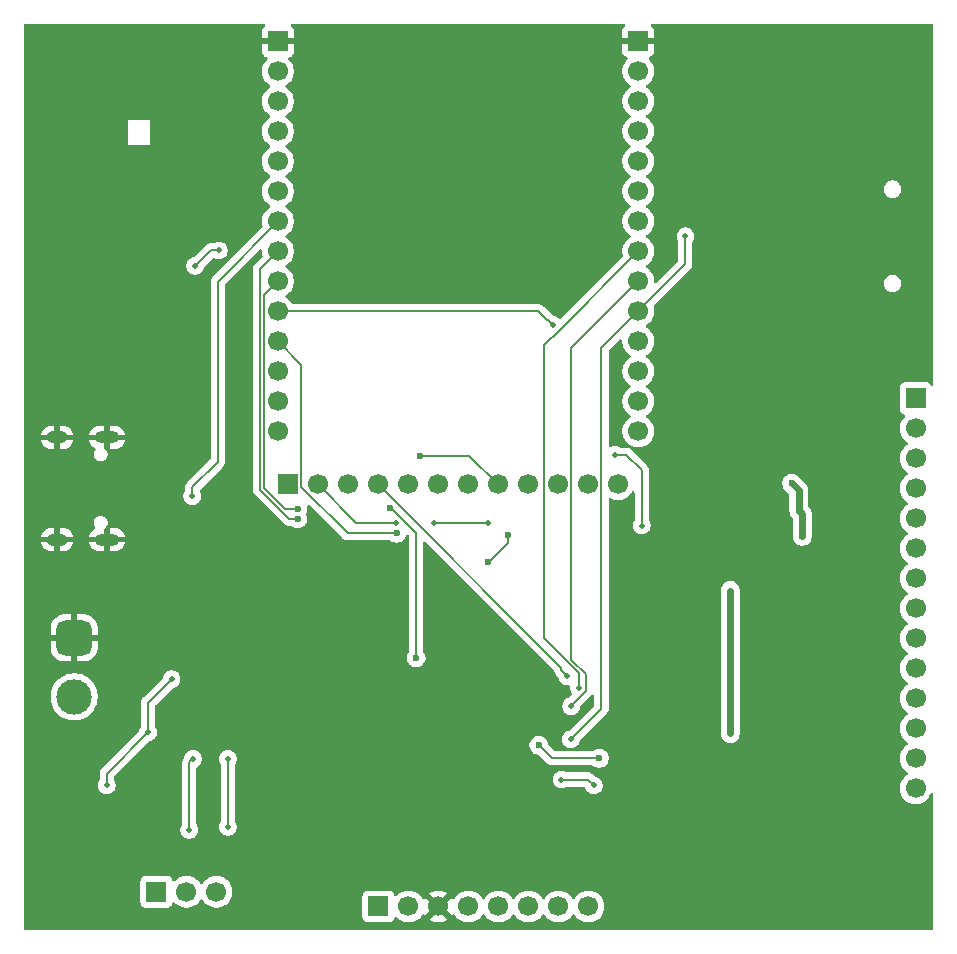
<source format=gbl>
%TF.GenerationSoftware,KiCad,Pcbnew,9.0.7*%
%TF.CreationDate,2026-02-25T10:13:12-05:00*%
%TF.ProjectId,remigochi-pcb,72656d69-676f-4636-9869-2d7063622e6b,rev?*%
%TF.SameCoordinates,Original*%
%TF.FileFunction,Copper,L2,Bot*%
%TF.FilePolarity,Positive*%
%FSLAX46Y46*%
G04 Gerber Fmt 4.6, Leading zero omitted, Abs format (unit mm)*
G04 Created by KiCad (PCBNEW 9.0.7) date 2026-02-25 10:13:12*
%MOMM*%
%LPD*%
G01*
G04 APERTURE LIST*
G04 Aperture macros list*
%AMRoundRect*
0 Rectangle with rounded corners*
0 $1 Rounding radius*
0 $2 $3 $4 $5 $6 $7 $8 $9 X,Y pos of 4 corners*
0 Add a 4 corners polygon primitive as box body*
4,1,4,$2,$3,$4,$5,$6,$7,$8,$9,$2,$3,0*
0 Add four circle primitives for the rounded corners*
1,1,$1+$1,$2,$3*
1,1,$1+$1,$4,$5*
1,1,$1+$1,$6,$7*
1,1,$1+$1,$8,$9*
0 Add four rect primitives between the rounded corners*
20,1,$1+$1,$2,$3,$4,$5,0*
20,1,$1+$1,$4,$5,$6,$7,0*
20,1,$1+$1,$6,$7,$8,$9,0*
20,1,$1+$1,$8,$9,$2,$3,0*%
G04 Aperture macros list end*
%TA.AperFunction,HeatsinkPad*%
%ADD10O,2.100000X1.000000*%
%TD*%
%TA.AperFunction,HeatsinkPad*%
%ADD11O,1.800000X1.000000*%
%TD*%
%TA.AperFunction,ComponentPad*%
%ADD12R,1.700000X1.700000*%
%TD*%
%TA.AperFunction,ComponentPad*%
%ADD13C,1.700000*%
%TD*%
%TA.AperFunction,HeatsinkPad*%
%ADD14C,0.600000*%
%TD*%
%TA.AperFunction,ComponentPad*%
%ADD15RoundRect,0.750000X-0.750000X0.750000X-0.750000X-0.750000X0.750000X-0.750000X0.750000X0.750000X0*%
%TD*%
%TA.AperFunction,ComponentPad*%
%ADD16C,3.000000*%
%TD*%
%TA.AperFunction,ViaPad*%
%ADD17C,0.500000*%
%TD*%
%TA.AperFunction,ViaPad*%
%ADD18C,0.600000*%
%TD*%
%TA.AperFunction,Conductor*%
%ADD19C,0.600000*%
%TD*%
%TA.AperFunction,Conductor*%
%ADD20C,0.200000*%
%TD*%
G04 APERTURE END LIST*
D10*
%TO.P,J1,S1,SHIELD*%
%TO.N,GND*%
X118520000Y-98040000D03*
D11*
X114320000Y-98040000D03*
D10*
X118520000Y-106680000D03*
D11*
X114320000Y-106680000D03*
%TD*%
D12*
%TO.P,J7,1,Pin_1*%
%TO.N,GND*%
X163500000Y-64490000D03*
D13*
%TO.P,J7,2,Pin_2*%
%TO.N,/GPIO1*%
X163500000Y-67030000D03*
%TO.P,J7,3,Pin_3*%
%TO.N,/GPIO2*%
X163500000Y-69570000D03*
%TO.P,J7,4,Pin_4*%
%TO.N,/TXD0*%
X163500000Y-72110000D03*
%TO.P,J7,5,Pin_5*%
%TO.N,/RXD0*%
X163500000Y-74650000D03*
%TO.P,J7,6,Pin_6*%
%TO.N,/RFID_CS*%
X163500000Y-77190000D03*
%TO.P,J7,7,Pin_7*%
%TO.N,/uSD_CS*%
X163500000Y-79730000D03*
%TO.P,J7,8,Pin_8*%
%TO.N,/SPI3_SCLK*%
X163500000Y-82270000D03*
%TO.P,J7,9,Pin_9*%
%TO.N,/SPI3_CIPO*%
X163500000Y-84810000D03*
%TO.P,J7,10,Pin_10*%
%TO.N,/SPI3_COPI*%
X163500000Y-87350000D03*
%TO.P,J7,11,Pin_11*%
%TO.N,/GPIO37*%
X163500000Y-89890000D03*
%TO.P,J7,12,Pin_12*%
%TO.N,/GPIO36*%
X163500000Y-92430000D03*
%TO.P,J7,13,Pin_13*%
%TO.N,/GPIO35*%
X163500000Y-94970000D03*
%TO.P,J7,14,Pin_14*%
%TO.N,/GPIO0*%
X163500000Y-97510000D03*
%TD*%
D12*
%TO.P,J2,1,Pin_1*%
%TO.N,/CHG_nPG*%
X122710000Y-136500000D03*
D13*
%TO.P,J2,2,Pin_2*%
%TO.N,/CHG_STA1*%
X125250000Y-136500000D03*
%TO.P,J2,3,Pin_3*%
%TO.N,/CHG_STA2*%
X127790000Y-136500000D03*
%TD*%
D12*
%TO.P,J9,1,Pin_1*%
%TO.N,unconnected-(J9-Pin_1-Pad1)*%
X187000000Y-94720000D03*
D13*
%TO.P,J9,2,Pin_2*%
%TO.N,unconnected-(J9-Pin_2-Pad2)*%
X187000000Y-97260000D03*
%TO.P,J9,3,Pin_3*%
%TO.N,unconnected-(J9-Pin_3-Pad3)*%
X187000000Y-99800000D03*
%TO.P,J9,4,Pin_4*%
%TO.N,unconnected-(J9-Pin_4-Pad4)*%
X187000000Y-102340000D03*
%TO.P,J9,5,Pin_5*%
%TO.N,unconnected-(J9-Pin_5-Pad5)*%
X187000000Y-104880000D03*
%TO.P,J9,6,Pin_6*%
%TO.N,Net-(J9-Pin_6)*%
X187000000Y-107420000D03*
%TO.P,J9,7,Pin_7*%
%TO.N,Net-(J9-Pin_7)*%
X187000000Y-109960000D03*
%TO.P,J9,8,Pin_8*%
%TO.N,Net-(J9-Pin_8)*%
X187000000Y-112500000D03*
%TO.P,J9,9,Pin_9*%
%TO.N,Net-(J9-Pin_9)*%
X187000000Y-115040000D03*
%TO.P,J9,10,Pin_10*%
%TO.N,Net-(J9-Pin_10)*%
X187000000Y-117580000D03*
%TO.P,J9,11,Pin_11*%
%TO.N,Net-(J9-Pin_11)*%
X187000000Y-120120000D03*
%TO.P,J9,12,Pin_12*%
%TO.N,Net-(J9-Pin_12)*%
X187000000Y-122660000D03*
%TO.P,J9,13,Pin_13*%
%TO.N,Net-(J9-Pin_13)*%
X187000000Y-125200000D03*
%TO.P,J9,14,Pin_14*%
%TO.N,Net-(J9-Pin_14)*%
X187000000Y-127740000D03*
%TD*%
D12*
%TO.P,J8,1,Pin_1*%
%TO.N,GND*%
X133000000Y-64500000D03*
D13*
%TO.P,J8,2,Pin_2*%
%TO.N,+3V3*%
X133000000Y-67040000D03*
%TO.P,J8,3,Pin_3*%
%TO.N,/ENABLE*%
X133000000Y-69580000D03*
%TO.P,J8,4,Pin_4*%
%TO.N,/GPS_RX*%
X133000000Y-72120000D03*
%TO.P,J8,5,Pin_5*%
%TO.N,/GPS_TX*%
X133000000Y-74660000D03*
%TO.P,J8,6,Pin_6*%
%TO.N,/GPS_nRESET*%
X133000000Y-77200000D03*
%TO.P,J8,7,Pin_7*%
%TO.N,/BATT_MON*%
X133000000Y-79740000D03*
%TO.P,J8,8,Pin_8*%
%TO.N,/BUTTON_2*%
X133000000Y-82280000D03*
%TO.P,J8,9,Pin_9*%
%TO.N,/BUTTON_3*%
X133000000Y-84820000D03*
%TO.P,J8,10,Pin_10*%
%TO.N,/MOTOR*%
X133000000Y-87360000D03*
%TO.P,J8,11,Pin_11*%
%TO.N,/BUZZER*%
X133000000Y-89900000D03*
%TO.P,J8,12,Pin_12*%
%TO.N,/GPIO8*%
X133000000Y-92440000D03*
%TO.P,J8,13,Pin_13*%
%TO.N,unconnected-(J8-Pin_13-Pad13)*%
X133000000Y-94980000D03*
%TO.P,J8,14,Pin_14*%
%TO.N,unconnected-(J8-Pin_14-Pad14)*%
X133000000Y-97520000D03*
%TD*%
D12*
%TO.P,J10,1,Pin_1*%
%TO.N,/LCD_RESET*%
X133840000Y-102000000D03*
D13*
%TO.P,J10,2,Pin_2*%
%TO.N,/LCD_PWM*%
X136380000Y-102000000D03*
%TO.P,J10,3,Pin_3*%
%TO.N,/LCD_DC*%
X138920000Y-102000000D03*
%TO.P,J10,4,Pin_4*%
%TO.N,/LCD_CS*%
X141460000Y-102000000D03*
%TO.P,J10,5,Pin_5*%
%TO.N,/FSPI_COPI*%
X144000000Y-102000000D03*
%TO.P,J10,6,Pin_6*%
%TO.N,/FSPI_SCLK*%
X146540000Y-102000000D03*
%TO.P,J10,7,Pin_7*%
%TO.N,/FSPI_CIPO*%
X149080000Y-102000000D03*
%TO.P,J10,8,Pin_8*%
%TO.N,/BUTTON_1*%
X151620000Y-102000000D03*
%TO.P,J10,9,Pin_9*%
%TO.N,/GPIO21*%
X154160000Y-102000000D03*
%TO.P,J10,10,Pin_10*%
%TO.N,/GPIO47*%
X156700000Y-102000000D03*
%TO.P,J10,11,Pin_11*%
%TO.N,/GPIO48*%
X159240000Y-102000000D03*
%TO.P,J10,12,Pin_12*%
%TO.N,/GPIO45*%
X161780000Y-102000000D03*
%TD*%
D14*
%TO.P,U3,41,GND*%
%TO.N,GND*%
X145350000Y-71050000D03*
X145350000Y-72450000D03*
X146050000Y-70350000D03*
X146050000Y-71750000D03*
X146050000Y-73150000D03*
X146750000Y-71050000D03*
X146750000Y-72450000D03*
X147450000Y-70350000D03*
X147450000Y-71750000D03*
X147450000Y-73150000D03*
X148150000Y-71050000D03*
X148150000Y-72450000D03*
%TD*%
D15*
%TO.P,J3,1,Pin_1*%
%TO.N,GND*%
X115750000Y-115000000D03*
D16*
%TO.P,J3,2,Pin_2*%
%TO.N,+BATT*%
X115750000Y-120000000D03*
%TD*%
D12*
%TO.P,J6,1,Pin_1*%
%TO.N,+3V3*%
X141510000Y-137750000D03*
D13*
%TO.P,J6,2,Pin_2*%
%TO.N,/RFID_RST*%
X144050000Y-137750000D03*
%TO.P,J6,3,Pin_3*%
%TO.N,GND*%
X146590000Y-137750000D03*
%TO.P,J6,4,Pin_4*%
%TO.N,/RFID_IRQ*%
X149130000Y-137750000D03*
%TO.P,J6,5,Pin_5*%
%TO.N,Net-(J6-Pin_5)*%
X151670000Y-137750000D03*
%TO.P,J6,6,Pin_6*%
%TO.N,Net-(J6-Pin_6)*%
X154210000Y-137750000D03*
%TO.P,J6,7,Pin_7*%
%TO.N,Net-(J6-Pin_7)*%
X156750000Y-137750000D03*
%TO.P,J6,8,Pin_8*%
%TO.N,unconnected-(J6-Pin_8-Pad8)*%
X159290000Y-137750000D03*
%TD*%
D17*
%TO.N,+3V3*%
X171300000Y-111000000D03*
X171300000Y-123100000D03*
%TO.N,GND*%
X120500000Y-90500000D03*
X131500000Y-112750000D03*
X175250000Y-71250000D03*
X148700000Y-114617500D03*
X176750000Y-88500000D03*
D18*
X128300000Y-65400000D03*
D17*
X179000000Y-122750000D03*
X182750000Y-88250000D03*
X182750000Y-72250000D03*
X187000000Y-88500000D03*
X140750000Y-64000000D03*
X135250000Y-108250000D03*
X123000000Y-115250000D03*
X113000000Y-86000000D03*
D18*
X168100000Y-110400000D03*
X168300000Y-111800000D03*
D17*
X127000000Y-119750000D03*
X174750000Y-74750000D03*
X175750000Y-83250000D03*
X184750000Y-70750000D03*
D18*
X166600000Y-110300000D03*
D17*
X127000000Y-113500000D03*
X173750000Y-73000000D03*
X124000000Y-72250000D03*
X155750000Y-64000000D03*
X125500000Y-110750000D03*
X121250000Y-117250000D03*
X186750000Y-71750000D03*
X176500000Y-73000000D03*
D18*
X121900000Y-64000000D03*
X166500000Y-111800000D03*
D17*
X185000000Y-89500000D03*
X134250000Y-108750000D03*
X117250000Y-73750000D03*
X118250000Y-72250000D03*
D18*
%TO.N,+3V3*%
X177400000Y-106400000D03*
X177100000Y-104200000D03*
D17*
X157000000Y-127000000D03*
D18*
X176500000Y-101900000D03*
X152500000Y-106300000D03*
D17*
X159750000Y-127500000D03*
D18*
X150800000Y-108600000D03*
D17*
%TO.N,/CHG_STA2*%
X128750000Y-131000000D03*
X128760000Y-125250000D03*
%TO.N,/CHG_nPG*%
X122000000Y-123000000D03*
X118500000Y-127500000D03*
X124000000Y-118500000D03*
%TO.N,/CHG_STA1*%
X125500000Y-131250000D03*
X125800000Y-125250000D03*
%TO.N,/SPI3_CIPO*%
X157821659Y-120800000D03*
%TO.N,/SPI3_COPI*%
X157800000Y-123600000D03*
X167500000Y-81000000D03*
%TO.N,/SPI3_SCLK*%
X158500000Y-119250000D03*
D18*
%TO.N,/BUTTON_2*%
X134675737Y-104924266D03*
D17*
%TO.N,/GPS_nRESET*%
X128000000Y-82200000D03*
X126000000Y-83500000D03*
%TO.N,/BATT_MON*%
X125750000Y-103000000D03*
%TO.N,/MOTOR*%
X161500000Y-99500000D03*
X156250000Y-88500000D03*
X163800000Y-105500000D03*
D18*
%TO.N,/BUZZER*%
X143040460Y-106159540D03*
%TO.N,/BUTTON_1*%
X144700000Y-116700000D03*
X142500000Y-104000000D03*
X145000000Y-99600000D03*
D17*
%TO.N,/LCD_PWM*%
X146250000Y-105250000D03*
X150750000Y-105250000D03*
X143000000Y-105250000D03*
%TO.N,/LCD_CS*%
X157500000Y-118250000D03*
D18*
%TO.N,/BUTTON_3*%
X160200000Y-125200000D03*
X155100000Y-124100000D03*
X134700000Y-104100000D03*
%TD*%
D19*
%TO.N,+3V3*%
X171300000Y-123100000D02*
X171300000Y-111000000D01*
X177100000Y-104200000D02*
X177400000Y-104500000D01*
X177400000Y-104500000D02*
X177400000Y-106400000D01*
D20*
X150900000Y-108600000D02*
X152500000Y-107000000D01*
X152500000Y-107000000D02*
X152500000Y-106300000D01*
X150800000Y-108600000D02*
X150900000Y-108600000D01*
X157000000Y-127000000D02*
X159250000Y-127000000D01*
X159250000Y-127000000D02*
X159750000Y-127500000D01*
D19*
X177100000Y-102500000D02*
X176500000Y-101900000D01*
X177100000Y-104200000D02*
X177100000Y-102500000D01*
D20*
%TO.N,/CHG_STA2*%
X128750000Y-125260000D02*
X128760000Y-125250000D01*
X128750000Y-131000000D02*
X128750000Y-125260000D01*
%TO.N,/CHG_nPG*%
X118500000Y-127500000D02*
X118500000Y-126500000D01*
X122000000Y-120500000D02*
X124000000Y-118500000D01*
X122000000Y-123000000D02*
X122000000Y-120500000D01*
X118500000Y-126500000D02*
X122000000Y-123000000D01*
%TO.N,/CHG_STA1*%
X125500000Y-131250000D02*
X125500000Y-125550000D01*
X125500000Y-125550000D02*
X125800000Y-125250000D01*
%TO.N,/SPI3_CIPO*%
X157851000Y-90459000D02*
X163500000Y-84810000D01*
X159081000Y-118070468D02*
X157851000Y-116840468D01*
X159081000Y-119490659D02*
X159081000Y-118070468D01*
X157821659Y-120800000D02*
X157821659Y-120750000D01*
X157821659Y-120750000D02*
X159081000Y-119490659D01*
X157851000Y-116840468D02*
X157851000Y-90459000D01*
%TO.N,/SPI3_COPI*%
X160391000Y-121009000D02*
X160391000Y-90459000D01*
X167500000Y-81000000D02*
X167500000Y-83350000D01*
X167500000Y-83350000D02*
X163500000Y-87350000D01*
X157800000Y-123600000D02*
X160391000Y-121009000D01*
X160391000Y-90459000D02*
X163500000Y-87350000D01*
%TO.N,/SPI3_SCLK*%
X155500000Y-115000000D02*
X158500000Y-118000000D01*
X156230000Y-89520000D02*
X155500000Y-90250000D01*
X163500000Y-82270000D02*
X156250000Y-89520000D01*
X155500000Y-90250000D02*
X155500000Y-115000000D01*
X158500000Y-118000000D02*
X158500000Y-119250000D01*
X156250000Y-89520000D02*
X156230000Y-89520000D01*
%TO.N,/BUTTON_2*%
X133951734Y-104924266D02*
X134675737Y-104924266D01*
X131488000Y-102460532D02*
X133951734Y-104924266D01*
X133000000Y-82280000D02*
X131488000Y-83792000D01*
X131488000Y-83792000D02*
X131488000Y-102460532D01*
%TO.N,/GPS_nRESET*%
X127300000Y-82200000D02*
X126000000Y-83500000D01*
X128000000Y-82200000D02*
X127300000Y-82200000D01*
%TO.N,/BATT_MON*%
X125750000Y-103000000D02*
X125750000Y-102250000D01*
X127900000Y-100100000D02*
X127900000Y-84840000D01*
X125750000Y-102250000D02*
X127900000Y-100100000D01*
X127900000Y-84840000D02*
X133000000Y-79740000D01*
%TO.N,/MOTOR*%
X155800000Y-88100000D02*
X155060000Y-87360000D01*
X163800000Y-105500000D02*
X163800000Y-100800000D01*
X155060000Y-87360000D02*
X133000000Y-87360000D01*
X155850000Y-88100000D02*
X155800000Y-88100000D01*
X163800000Y-100800000D02*
X162500000Y-99500000D01*
X162500000Y-99500000D02*
X161500000Y-99500000D01*
X156250000Y-88500000D02*
X155850000Y-88100000D01*
%TO.N,/BUZZER*%
X134991000Y-102238760D02*
X134991000Y-91891000D01*
X138911780Y-106159540D02*
X134991000Y-102238760D01*
X143040460Y-106159540D02*
X138911780Y-106159540D01*
X134991000Y-91891000D02*
X133000000Y-89900000D01*
%TO.N,/BUTTON_1*%
X142571659Y-104000000D02*
X142500000Y-104000000D01*
X145000000Y-99600000D02*
X149220000Y-99600000D01*
X144700000Y-116700000D02*
X144700000Y-106128341D01*
X149220000Y-99600000D02*
X151620000Y-102000000D01*
X144700000Y-106128341D02*
X142571659Y-104000000D01*
%TO.N,/LCD_PWM*%
X146250000Y-105250000D02*
X150750000Y-105250000D01*
X139630000Y-105250000D02*
X143000000Y-105250000D01*
X136380000Y-102000000D02*
X139630000Y-105250000D01*
%TO.N,/LCD_CS*%
X157000000Y-117540000D02*
X141460000Y-102000000D01*
X157000000Y-117750000D02*
X157500000Y-118250000D01*
X157000000Y-117750000D02*
X157000000Y-117540000D01*
%TO.N,/BUTTON_3*%
X160200000Y-125200000D02*
X156200000Y-125200000D01*
X133638000Y-104100000D02*
X131849000Y-102311000D01*
X134700000Y-104100000D02*
X133638000Y-104100000D01*
X131849000Y-102311000D02*
X131849000Y-85971000D01*
X156200000Y-125200000D02*
X155100000Y-124100000D01*
X131849000Y-85971000D02*
X133000000Y-84820000D01*
%TD*%
%TA.AperFunction,Conductor*%
%TO.N,GND*%
G36*
X131877770Y-63020185D02*
G01*
X131923525Y-63072989D01*
X131933469Y-63142147D01*
X131904444Y-63205703D01*
X131885042Y-63223766D01*
X131792812Y-63292809D01*
X131792809Y-63292812D01*
X131706649Y-63407906D01*
X131706645Y-63407913D01*
X131656403Y-63542620D01*
X131656401Y-63542627D01*
X131650000Y-63602155D01*
X131650000Y-64250000D01*
X132566988Y-64250000D01*
X132534075Y-64307007D01*
X132500000Y-64434174D01*
X132500000Y-64565826D01*
X132534075Y-64692993D01*
X132566988Y-64750000D01*
X131650000Y-64750000D01*
X131650000Y-65397844D01*
X131656401Y-65457372D01*
X131656403Y-65457379D01*
X131706645Y-65592086D01*
X131706649Y-65592093D01*
X131792809Y-65707187D01*
X131792812Y-65707190D01*
X131907906Y-65793350D01*
X131907913Y-65793354D01*
X132039470Y-65842422D01*
X132095404Y-65884293D01*
X132119821Y-65949758D01*
X132104969Y-66018031D01*
X132083819Y-66046285D01*
X131969889Y-66160215D01*
X131844951Y-66332179D01*
X131748444Y-66521585D01*
X131682753Y-66723760D01*
X131649500Y-66933713D01*
X131649500Y-67146286D01*
X131681169Y-67346239D01*
X131682754Y-67356243D01*
X131745194Y-67548414D01*
X131748444Y-67558414D01*
X131844951Y-67747820D01*
X131969890Y-67919786D01*
X132120213Y-68070109D01*
X132292182Y-68195050D01*
X132300946Y-68199516D01*
X132351742Y-68247491D01*
X132368536Y-68315312D01*
X132345998Y-68381447D01*
X132300946Y-68420484D01*
X132292182Y-68424949D01*
X132120213Y-68549890D01*
X131969890Y-68700213D01*
X131844951Y-68872179D01*
X131748444Y-69061585D01*
X131682753Y-69263760D01*
X131649500Y-69473713D01*
X131649500Y-69686286D01*
X131681169Y-69886239D01*
X131682754Y-69896243D01*
X131745194Y-70088414D01*
X131748444Y-70098414D01*
X131844951Y-70287820D01*
X131969890Y-70459786D01*
X132120213Y-70610109D01*
X132292182Y-70735050D01*
X132300946Y-70739516D01*
X132351742Y-70787491D01*
X132368536Y-70855312D01*
X132345998Y-70921447D01*
X132300946Y-70960484D01*
X132292182Y-70964949D01*
X132120213Y-71089890D01*
X131969890Y-71240213D01*
X131844951Y-71412179D01*
X131748444Y-71601585D01*
X131682753Y-71803760D01*
X131649500Y-72013713D01*
X131649500Y-72226286D01*
X131681169Y-72426239D01*
X131682754Y-72436243D01*
X131745194Y-72628414D01*
X131748444Y-72638414D01*
X131844951Y-72827820D01*
X131969890Y-72999786D01*
X132120213Y-73150109D01*
X132292182Y-73275050D01*
X132300946Y-73279516D01*
X132351742Y-73327491D01*
X132368536Y-73395312D01*
X132345998Y-73461447D01*
X132300946Y-73500484D01*
X132292182Y-73504949D01*
X132120213Y-73629890D01*
X131969890Y-73780213D01*
X131844951Y-73952179D01*
X131748444Y-74141585D01*
X131682753Y-74343760D01*
X131649500Y-74553713D01*
X131649500Y-74766286D01*
X131681169Y-74966239D01*
X131682754Y-74976243D01*
X131745194Y-75168414D01*
X131748444Y-75178414D01*
X131844951Y-75367820D01*
X131969890Y-75539786D01*
X132120213Y-75690109D01*
X132292182Y-75815050D01*
X132300946Y-75819516D01*
X132351742Y-75867491D01*
X132368536Y-75935312D01*
X132345998Y-76001447D01*
X132300946Y-76040484D01*
X132292182Y-76044949D01*
X132120213Y-76169890D01*
X131969890Y-76320213D01*
X131844951Y-76492179D01*
X131748444Y-76681585D01*
X131682753Y-76883760D01*
X131649500Y-77093713D01*
X131649500Y-77306286D01*
X131681229Y-77506618D01*
X131682754Y-77516243D01*
X131745194Y-77708414D01*
X131748444Y-77718414D01*
X131844951Y-77907820D01*
X131969890Y-78079786D01*
X132120213Y-78230109D01*
X132292182Y-78355050D01*
X132300946Y-78359516D01*
X132351742Y-78407491D01*
X132368536Y-78475312D01*
X132345998Y-78541447D01*
X132300946Y-78580484D01*
X132292182Y-78584949D01*
X132120213Y-78709890D01*
X131969890Y-78860213D01*
X131844951Y-79032179D01*
X131748444Y-79221585D01*
X131682753Y-79423760D01*
X131649500Y-79633713D01*
X131649500Y-79846286D01*
X131682754Y-80056244D01*
X131682754Y-80056247D01*
X131696491Y-80098523D01*
X131698486Y-80168364D01*
X131666241Y-80224522D01*
X127531286Y-84359478D01*
X127419481Y-84471282D01*
X127419479Y-84471285D01*
X127403862Y-84498334D01*
X127388245Y-84525385D01*
X127340423Y-84608215D01*
X127299499Y-84760943D01*
X127299499Y-84760945D01*
X127299499Y-84929046D01*
X127299500Y-84929059D01*
X127299500Y-99799902D01*
X127279815Y-99866941D01*
X127263181Y-99887583D01*
X125269481Y-101881282D01*
X125269479Y-101881285D01*
X125219361Y-101968094D01*
X125219359Y-101968096D01*
X125190425Y-102018209D01*
X125190424Y-102018210D01*
X125190423Y-102018215D01*
X125149499Y-102170943D01*
X125149499Y-102170945D01*
X125149499Y-102339046D01*
X125149500Y-102339059D01*
X125149500Y-102510232D01*
X125129815Y-102577271D01*
X125128603Y-102579122D01*
X125084914Y-102644508D01*
X125028343Y-102781082D01*
X125028340Y-102781092D01*
X124999500Y-102926079D01*
X124999500Y-102926082D01*
X124999500Y-103073918D01*
X124999500Y-103073920D01*
X124999499Y-103073920D01*
X125028340Y-103218907D01*
X125028343Y-103218917D01*
X125084912Y-103355488D01*
X125084919Y-103355501D01*
X125167048Y-103478415D01*
X125167051Y-103478419D01*
X125271580Y-103582948D01*
X125271584Y-103582951D01*
X125394498Y-103665080D01*
X125394511Y-103665087D01*
X125529066Y-103720821D01*
X125531087Y-103721658D01*
X125531091Y-103721658D01*
X125531092Y-103721659D01*
X125676079Y-103750500D01*
X125676082Y-103750500D01*
X125823920Y-103750500D01*
X125952368Y-103724949D01*
X125968913Y-103721658D01*
X126105495Y-103665084D01*
X126228416Y-103582951D01*
X126332951Y-103478416D01*
X126415084Y-103355495D01*
X126471658Y-103218913D01*
X126500500Y-103073918D01*
X126500500Y-102926082D01*
X126500500Y-102926079D01*
X126471659Y-102781092D01*
X126471658Y-102781091D01*
X126471658Y-102781087D01*
X126441310Y-102707820D01*
X126415086Y-102644508D01*
X126387364Y-102603019D01*
X126366487Y-102536342D01*
X126384972Y-102468962D01*
X126402782Y-102446452D01*
X128258506Y-100590727D01*
X128258511Y-100590724D01*
X128268714Y-100580520D01*
X128268716Y-100580520D01*
X128380520Y-100468716D01*
X128437665Y-100369737D01*
X128459577Y-100331785D01*
X128500500Y-100179057D01*
X128500500Y-100020943D01*
X128500500Y-85140096D01*
X128520185Y-85073057D01*
X128536814Y-85052420D01*
X131437819Y-82151414D01*
X131499142Y-82117930D01*
X131568834Y-82122914D01*
X131624767Y-82164786D01*
X131649184Y-82230250D01*
X131649500Y-82239096D01*
X131649500Y-82386287D01*
X131654668Y-82418917D01*
X131682754Y-82596244D01*
X131682754Y-82596247D01*
X131696491Y-82638523D01*
X131698486Y-82708364D01*
X131666241Y-82764522D01*
X131119286Y-83311478D01*
X131007481Y-83423282D01*
X131007479Y-83423284D01*
X130979288Y-83472114D01*
X130967372Y-83492754D01*
X130928423Y-83560215D01*
X130887499Y-83712943D01*
X130887499Y-83712945D01*
X130887499Y-83881046D01*
X130887500Y-83881059D01*
X130887500Y-102373862D01*
X130887499Y-102373880D01*
X130887499Y-102539586D01*
X130887498Y-102539586D01*
X130928424Y-102692321D01*
X130928425Y-102692322D01*
X130950478Y-102730518D01*
X130950479Y-102730519D01*
X131007477Y-102829244D01*
X131007481Y-102829249D01*
X131126349Y-102948117D01*
X131126355Y-102948122D01*
X133466873Y-105288640D01*
X133466883Y-105288651D01*
X133471213Y-105292981D01*
X133471214Y-105292982D01*
X133583018Y-105404786D01*
X133643568Y-105439744D01*
X133719949Y-105483843D01*
X133872677Y-105524767D01*
X133872680Y-105524767D01*
X134038387Y-105524767D01*
X134038403Y-105524766D01*
X134095971Y-105524766D01*
X134163010Y-105544451D01*
X134164862Y-105545664D01*
X134296551Y-105633656D01*
X134296564Y-105633663D01*
X134442235Y-105694001D01*
X134442240Y-105694003D01*
X134587263Y-105722850D01*
X134596890Y-105724765D01*
X134596893Y-105724766D01*
X134596895Y-105724766D01*
X134754581Y-105724766D01*
X134754582Y-105724765D01*
X134909234Y-105694003D01*
X135054916Y-105633660D01*
X135186026Y-105546055D01*
X135297526Y-105434555D01*
X135385131Y-105303445D01*
X135445474Y-105157763D01*
X135476237Y-105003108D01*
X135476237Y-104845424D01*
X135476237Y-104845421D01*
X135476236Y-104845419D01*
X135450039Y-104713719D01*
X135445474Y-104690769D01*
X135402785Y-104587709D01*
X135395317Y-104518243D01*
X135407997Y-104481790D01*
X135409384Y-104479193D01*
X135409394Y-104479179D01*
X135469737Y-104333497D01*
X135500500Y-104178842D01*
X135500500Y-104021158D01*
X135500500Y-104021155D01*
X135475051Y-103893217D01*
X135481278Y-103823625D01*
X135524141Y-103768448D01*
X135590031Y-103745203D01*
X135658028Y-103761271D01*
X135684349Y-103781344D01*
X138426919Y-106523914D01*
X138426929Y-106523925D01*
X138431259Y-106528255D01*
X138431260Y-106528256D01*
X138543064Y-106640060D01*
X138543066Y-106640061D01*
X138543070Y-106640064D01*
X138610816Y-106679177D01*
X138610820Y-106679178D01*
X138610821Y-106679179D01*
X138645408Y-106699148D01*
X138679992Y-106719116D01*
X138679994Y-106719116D01*
X138679995Y-106719117D01*
X138832722Y-106760040D01*
X138832723Y-106760040D01*
X142460694Y-106760040D01*
X142527733Y-106779725D01*
X142529585Y-106780938D01*
X142661274Y-106868930D01*
X142661287Y-106868937D01*
X142806958Y-106929275D01*
X142806963Y-106929277D01*
X142959185Y-106959556D01*
X142961613Y-106960039D01*
X142961616Y-106960040D01*
X142961618Y-106960040D01*
X143119304Y-106960040D01*
X143119305Y-106960039D01*
X143273957Y-106929277D01*
X143388643Y-106881773D01*
X143419632Y-106868937D01*
X143419632Y-106868936D01*
X143419639Y-106868934D01*
X143550749Y-106781329D01*
X143662249Y-106669829D01*
X143749854Y-106538719D01*
X143810197Y-106393037D01*
X143815585Y-106365948D01*
X143820294Y-106356944D01*
X143821020Y-106346806D01*
X143836215Y-106326508D01*
X143847968Y-106304039D01*
X143856801Y-106299008D01*
X143862892Y-106290873D01*
X143886646Y-106282012D01*
X143908683Y-106269464D01*
X143918832Y-106270007D01*
X143928356Y-106266456D01*
X143953133Y-106271846D01*
X143978453Y-106273203D01*
X143988514Y-106279542D01*
X143996629Y-106281308D01*
X144024883Y-106302459D01*
X144063181Y-106340757D01*
X144096666Y-106402080D01*
X144099500Y-106428438D01*
X144099500Y-116120234D01*
X144079815Y-116187273D01*
X144078602Y-116189125D01*
X143990609Y-116320814D01*
X143990602Y-116320827D01*
X143930264Y-116466498D01*
X143930261Y-116466510D01*
X143899500Y-116621153D01*
X143899500Y-116778846D01*
X143930261Y-116933489D01*
X143930264Y-116933501D01*
X143990602Y-117079172D01*
X143990609Y-117079185D01*
X144078210Y-117210288D01*
X144078213Y-117210292D01*
X144189707Y-117321786D01*
X144189711Y-117321789D01*
X144320814Y-117409390D01*
X144320827Y-117409397D01*
X144466498Y-117469735D01*
X144466503Y-117469737D01*
X144621153Y-117500499D01*
X144621156Y-117500500D01*
X144621158Y-117500500D01*
X144778844Y-117500500D01*
X144778845Y-117500499D01*
X144933497Y-117469737D01*
X145079179Y-117409394D01*
X145210289Y-117321789D01*
X145321789Y-117210289D01*
X145409394Y-117079179D01*
X145469737Y-116933497D01*
X145500500Y-116778842D01*
X145500500Y-116621158D01*
X145500500Y-116621155D01*
X145500499Y-116621153D01*
X145487208Y-116554335D01*
X145469737Y-116466503D01*
X145450676Y-116420486D01*
X145409397Y-116320827D01*
X145409390Y-116320814D01*
X145321398Y-116189125D01*
X145300520Y-116122447D01*
X145300500Y-116120234D01*
X145300500Y-106989097D01*
X145320185Y-106922058D01*
X145372989Y-106876303D01*
X145442147Y-106866359D01*
X145505703Y-106895384D01*
X145512181Y-106901416D01*
X156363621Y-117752856D01*
X156394556Y-117804396D01*
X156399499Y-117820619D01*
X156399499Y-117829057D01*
X156440423Y-117981785D01*
X156450651Y-117999500D01*
X156457743Y-118011784D01*
X156457744Y-118011786D01*
X156519477Y-118118712D01*
X156519481Y-118118717D01*
X156729064Y-118328300D01*
X156762549Y-118389623D01*
X156763000Y-118391789D01*
X156778340Y-118468907D01*
X156778343Y-118468917D01*
X156834912Y-118605488D01*
X156834919Y-118605501D01*
X156917048Y-118728415D01*
X156917051Y-118728419D01*
X157021580Y-118832948D01*
X157021584Y-118832951D01*
X157144498Y-118915080D01*
X157144511Y-118915087D01*
X157254115Y-118960486D01*
X157281087Y-118971658D01*
X157281091Y-118971658D01*
X157281092Y-118971659D01*
X157426079Y-119000500D01*
X157426082Y-119000500D01*
X157573918Y-119000500D01*
X157611083Y-118993107D01*
X157680673Y-118999333D01*
X157735851Y-119042195D01*
X157759097Y-119108084D01*
X157756893Y-119138914D01*
X157749500Y-119176082D01*
X157749500Y-119323918D01*
X157749500Y-119323920D01*
X157749499Y-119323920D01*
X157778340Y-119468907D01*
X157778343Y-119468917D01*
X157834912Y-119605488D01*
X157834922Y-119605506D01*
X157891336Y-119689936D01*
X157912214Y-119756613D01*
X157893729Y-119823993D01*
X157875915Y-119846507D01*
X157680942Y-120041480D01*
X157619619Y-120074965D01*
X157617457Y-120075415D01*
X157602749Y-120078341D01*
X157602741Y-120078343D01*
X157466170Y-120134912D01*
X157466157Y-120134919D01*
X157343243Y-120217048D01*
X157343241Y-120217050D01*
X157238710Y-120321580D01*
X157238707Y-120321584D01*
X157156578Y-120444498D01*
X157156571Y-120444511D01*
X157100002Y-120581082D01*
X157099999Y-120581092D01*
X157071159Y-120726079D01*
X157071159Y-120726082D01*
X157071159Y-120873918D01*
X157071159Y-120873920D01*
X157071158Y-120873920D01*
X157099999Y-121018907D01*
X157100002Y-121018917D01*
X157156571Y-121155488D01*
X157156578Y-121155501D01*
X157238707Y-121278415D01*
X157238710Y-121278419D01*
X157343239Y-121382948D01*
X157343243Y-121382951D01*
X157466157Y-121465080D01*
X157466170Y-121465087D01*
X157568039Y-121507282D01*
X157602746Y-121521658D01*
X157602750Y-121521658D01*
X157602751Y-121521659D01*
X157747738Y-121550500D01*
X157747741Y-121550500D01*
X157895579Y-121550500D01*
X157993121Y-121531096D01*
X158040572Y-121521658D01*
X158177154Y-121465084D01*
X158300075Y-121382951D01*
X158404610Y-121278416D01*
X158486743Y-121155495D01*
X158543317Y-121018913D01*
X158571074Y-120879373D01*
X158603459Y-120817462D01*
X158604956Y-120815937D01*
X159449713Y-119971180D01*
X159449716Y-119971179D01*
X159561520Y-119859375D01*
X159566806Y-119850217D01*
X159577524Y-119839177D01*
X159595077Y-119829250D01*
X159609668Y-119815335D01*
X159624866Y-119812403D01*
X159638342Y-119804783D01*
X159658475Y-119805922D01*
X159678273Y-119802104D01*
X159692644Y-119807855D01*
X159708100Y-119808730D01*
X159724421Y-119820573D01*
X159743141Y-119828065D01*
X159752120Y-119840672D01*
X159764650Y-119849764D01*
X159771977Y-119868550D01*
X159783676Y-119884975D01*
X159787689Y-119908833D01*
X159790039Y-119914858D01*
X159789309Y-119918468D01*
X159790500Y-119925544D01*
X159790500Y-120708902D01*
X159770815Y-120775941D01*
X159754181Y-120796583D01*
X157721699Y-122829064D01*
X157660376Y-122862549D01*
X157658210Y-122863000D01*
X157581092Y-122878340D01*
X157581084Y-122878342D01*
X157444511Y-122934912D01*
X157444498Y-122934919D01*
X157321584Y-123017048D01*
X157321580Y-123017051D01*
X157217051Y-123121580D01*
X157217048Y-123121584D01*
X157134919Y-123244498D01*
X157134912Y-123244511D01*
X157078343Y-123381082D01*
X157078340Y-123381092D01*
X157049500Y-123526079D01*
X157049500Y-123526082D01*
X157049500Y-123673918D01*
X157049500Y-123673920D01*
X157049499Y-123673920D01*
X157078340Y-123818907D01*
X157078343Y-123818917D01*
X157134912Y-123955488D01*
X157134919Y-123955501D01*
X157217048Y-124078415D01*
X157217051Y-124078419D01*
X157321580Y-124182948D01*
X157321584Y-124182951D01*
X157444498Y-124265080D01*
X157444511Y-124265087D01*
X157577586Y-124320208D01*
X157581087Y-124321658D01*
X157581091Y-124321658D01*
X157581092Y-124321659D01*
X157726079Y-124350500D01*
X157726082Y-124350500D01*
X157873920Y-124350500D01*
X157971462Y-124331096D01*
X158018913Y-124321658D01*
X158155495Y-124265084D01*
X158278416Y-124182951D01*
X158382951Y-124078416D01*
X158465084Y-123955495D01*
X158521658Y-123818913D01*
X158536999Y-123741786D01*
X158569381Y-123679879D01*
X158570876Y-123678357D01*
X160749506Y-121499728D01*
X160749511Y-121499724D01*
X160759714Y-121489520D01*
X160759716Y-121489520D01*
X160871520Y-121377716D01*
X160950577Y-121240784D01*
X160991500Y-121088057D01*
X160991500Y-110921153D01*
X170499500Y-110921153D01*
X170499500Y-123178846D01*
X170530261Y-123333489D01*
X170530264Y-123333501D01*
X170590602Y-123479172D01*
X170590609Y-123479185D01*
X170678210Y-123610288D01*
X170678213Y-123610292D01*
X170789707Y-123721786D01*
X170789711Y-123721789D01*
X170920814Y-123809390D01*
X170920827Y-123809397D01*
X171066498Y-123869735D01*
X171066503Y-123869737D01*
X171221153Y-123900499D01*
X171221156Y-123900500D01*
X171221158Y-123900500D01*
X171378844Y-123900500D01*
X171378845Y-123900499D01*
X171533497Y-123869737D01*
X171679179Y-123809394D01*
X171810289Y-123721789D01*
X171921789Y-123610289D01*
X172009394Y-123479179D01*
X172009711Y-123478415D01*
X172023067Y-123446166D01*
X172069737Y-123333497D01*
X172100500Y-123178842D01*
X172100500Y-110921158D01*
X172100500Y-110921155D01*
X172100499Y-110921153D01*
X172069738Y-110766510D01*
X172069737Y-110766503D01*
X172069735Y-110766498D01*
X172009397Y-110620827D01*
X172009390Y-110620814D01*
X171921789Y-110489711D01*
X171921786Y-110489707D01*
X171810292Y-110378213D01*
X171810288Y-110378210D01*
X171679185Y-110290609D01*
X171679172Y-110290602D01*
X171533501Y-110230264D01*
X171533489Y-110230261D01*
X171378845Y-110199500D01*
X171378842Y-110199500D01*
X171221158Y-110199500D01*
X171221155Y-110199500D01*
X171066510Y-110230261D01*
X171066498Y-110230264D01*
X170920827Y-110290602D01*
X170920814Y-110290609D01*
X170789711Y-110378210D01*
X170789707Y-110378213D01*
X170678213Y-110489707D01*
X170678210Y-110489711D01*
X170590609Y-110620814D01*
X170590602Y-110620827D01*
X170530264Y-110766498D01*
X170530261Y-110766510D01*
X170499500Y-110921153D01*
X160991500Y-110921153D01*
X160991500Y-103316290D01*
X161011185Y-103249251D01*
X161063989Y-103203496D01*
X161133147Y-103193552D01*
X161171793Y-103205804D01*
X161261588Y-103251557D01*
X161463757Y-103317246D01*
X161673713Y-103350500D01*
X161673714Y-103350500D01*
X161886286Y-103350500D01*
X161886287Y-103350500D01*
X162096243Y-103317246D01*
X162298412Y-103251557D01*
X162487816Y-103155051D01*
X162568500Y-103096431D01*
X162659786Y-103030109D01*
X162659788Y-103030106D01*
X162659792Y-103030104D01*
X162810104Y-102879792D01*
X162810106Y-102879788D01*
X162810109Y-102879786D01*
X162935048Y-102707820D01*
X162935047Y-102707820D01*
X162935051Y-102707816D01*
X162965015Y-102649007D01*
X163012990Y-102598212D01*
X163080810Y-102581417D01*
X163146945Y-102603954D01*
X163190397Y-102658669D01*
X163199500Y-102705303D01*
X163199500Y-105010232D01*
X163179815Y-105077271D01*
X163178603Y-105079122D01*
X163134914Y-105144508D01*
X163078343Y-105281082D01*
X163078340Y-105281092D01*
X163049500Y-105426079D01*
X163049500Y-105426082D01*
X163049500Y-105573918D01*
X163049500Y-105573920D01*
X163049499Y-105573920D01*
X163078340Y-105718907D01*
X163078343Y-105718917D01*
X163134912Y-105855488D01*
X163134919Y-105855501D01*
X163217048Y-105978415D01*
X163217051Y-105978419D01*
X163321580Y-106082948D01*
X163321584Y-106082951D01*
X163444498Y-106165080D01*
X163444511Y-106165087D01*
X163581082Y-106221656D01*
X163581087Y-106221658D01*
X163581091Y-106221658D01*
X163581092Y-106221659D01*
X163726079Y-106250500D01*
X163726082Y-106250500D01*
X163873920Y-106250500D01*
X163971462Y-106231096D01*
X164018913Y-106221658D01*
X164155495Y-106165084D01*
X164278416Y-106082951D01*
X164382951Y-105978416D01*
X164465084Y-105855495D01*
X164521658Y-105718913D01*
X164544220Y-105605488D01*
X164550500Y-105573920D01*
X164550500Y-105426079D01*
X164521659Y-105281092D01*
X164521658Y-105281091D01*
X164521658Y-105281087D01*
X164465084Y-105144505D01*
X164421396Y-105079121D01*
X164400520Y-105012444D01*
X164400500Y-105010232D01*
X164400500Y-101821153D01*
X175699500Y-101821153D01*
X175699500Y-101978846D01*
X175730261Y-102133489D01*
X175730264Y-102133501D01*
X175790602Y-102279172D01*
X175790609Y-102279185D01*
X175878210Y-102410288D01*
X175878213Y-102410292D01*
X176263181Y-102795259D01*
X176296666Y-102856582D01*
X176299500Y-102882940D01*
X176299500Y-104278846D01*
X176330261Y-104433489D01*
X176330264Y-104433501D01*
X176390602Y-104579172D01*
X176390609Y-104579185D01*
X176478209Y-104710287D01*
X176478210Y-104710288D01*
X176478211Y-104710289D01*
X176563182Y-104795260D01*
X176596666Y-104856581D01*
X176599500Y-104882940D01*
X176599500Y-106478846D01*
X176630261Y-106633489D01*
X176630264Y-106633501D01*
X176690602Y-106779172D01*
X176690609Y-106779185D01*
X176778210Y-106910288D01*
X176778213Y-106910292D01*
X176889707Y-107021786D01*
X176889711Y-107021789D01*
X177020814Y-107109390D01*
X177020827Y-107109397D01*
X177127747Y-107153684D01*
X177166503Y-107169737D01*
X177321153Y-107200499D01*
X177321156Y-107200500D01*
X177321158Y-107200500D01*
X177478844Y-107200500D01*
X177478845Y-107200499D01*
X177633497Y-107169737D01*
X177779179Y-107109394D01*
X177910289Y-107021789D01*
X178021789Y-106910289D01*
X178109394Y-106779179D01*
X178169737Y-106633497D01*
X178200500Y-106478842D01*
X178200500Y-104421158D01*
X178200500Y-104421155D01*
X178200499Y-104421153D01*
X178188650Y-104361585D01*
X178169737Y-104266503D01*
X178109534Y-104121158D01*
X178109397Y-104120827D01*
X178109390Y-104120814D01*
X178021789Y-103989711D01*
X178021786Y-103989707D01*
X177936819Y-103904740D01*
X177903334Y-103843417D01*
X177900500Y-103817059D01*
X177900500Y-102421155D01*
X177900499Y-102421153D01*
X177898338Y-102410288D01*
X177869737Y-102266503D01*
X177830155Y-102170943D01*
X177809397Y-102120827D01*
X177809390Y-102120814D01*
X177721790Y-101989712D01*
X177700172Y-101968094D01*
X177610289Y-101878211D01*
X177364257Y-101632179D01*
X177010292Y-101278213D01*
X177010288Y-101278210D01*
X176879185Y-101190609D01*
X176879172Y-101190602D01*
X176733501Y-101130264D01*
X176733489Y-101130261D01*
X176578845Y-101099500D01*
X176578842Y-101099500D01*
X176421158Y-101099500D01*
X176421155Y-101099500D01*
X176266510Y-101130261D01*
X176266498Y-101130264D01*
X176120827Y-101190602D01*
X176120814Y-101190609D01*
X175989711Y-101278210D01*
X175989707Y-101278213D01*
X175878213Y-101389707D01*
X175878210Y-101389711D01*
X175790609Y-101520814D01*
X175790602Y-101520827D01*
X175730264Y-101666498D01*
X175730261Y-101666510D01*
X175699500Y-101821153D01*
X164400500Y-101821153D01*
X164400500Y-100889060D01*
X164400501Y-100889047D01*
X164400501Y-100720944D01*
X164397819Y-100710935D01*
X164359577Y-100568216D01*
X164324708Y-100507820D01*
X164280524Y-100431290D01*
X164280518Y-100431282D01*
X162987590Y-99138355D01*
X162987588Y-99138352D01*
X162868717Y-99019481D01*
X162868716Y-99019480D01*
X162781904Y-98969360D01*
X162781904Y-98969359D01*
X162781900Y-98969358D01*
X162731785Y-98940423D01*
X162579057Y-98899499D01*
X162420943Y-98899499D01*
X162413347Y-98899499D01*
X162413331Y-98899500D01*
X161989767Y-98899500D01*
X161922728Y-98879815D01*
X161920876Y-98878602D01*
X161855501Y-98834919D01*
X161855488Y-98834912D01*
X161718917Y-98778343D01*
X161718907Y-98778340D01*
X161573920Y-98749500D01*
X161573918Y-98749500D01*
X161426082Y-98749500D01*
X161426080Y-98749500D01*
X161281092Y-98778340D01*
X161281082Y-98778343D01*
X161162952Y-98827274D01*
X161093483Y-98834743D01*
X161031004Y-98803467D01*
X160995352Y-98743378D01*
X160991500Y-98712713D01*
X160991500Y-90759096D01*
X161011185Y-90692057D01*
X161027814Y-90671419D01*
X161937819Y-89761414D01*
X161999142Y-89727930D01*
X162068834Y-89732914D01*
X162124767Y-89774786D01*
X162149184Y-89840250D01*
X162149500Y-89849096D01*
X162149500Y-89996287D01*
X162182754Y-90206243D01*
X162239193Y-90379945D01*
X162248444Y-90408414D01*
X162344951Y-90597820D01*
X162469890Y-90769786D01*
X162620213Y-90920109D01*
X162792182Y-91045050D01*
X162800946Y-91049516D01*
X162851742Y-91097491D01*
X162868536Y-91165312D01*
X162845998Y-91231447D01*
X162800946Y-91270484D01*
X162792182Y-91274949D01*
X162620213Y-91399890D01*
X162469890Y-91550213D01*
X162344951Y-91722179D01*
X162248444Y-91911585D01*
X162182753Y-92113760D01*
X162181170Y-92123757D01*
X162149500Y-92323713D01*
X162149500Y-92536287D01*
X162182754Y-92746243D01*
X162186003Y-92756243D01*
X162248444Y-92948414D01*
X162344951Y-93137820D01*
X162469890Y-93309786D01*
X162620213Y-93460109D01*
X162792182Y-93585050D01*
X162800946Y-93589516D01*
X162851742Y-93637491D01*
X162868536Y-93705312D01*
X162845998Y-93771447D01*
X162800946Y-93810484D01*
X162792182Y-93814949D01*
X162620213Y-93939890D01*
X162469890Y-94090213D01*
X162344951Y-94262179D01*
X162248444Y-94451585D01*
X162182753Y-94653760D01*
X162181170Y-94663757D01*
X162149500Y-94863713D01*
X162149500Y-95076287D01*
X162182754Y-95286243D01*
X162186003Y-95296243D01*
X162248444Y-95488414D01*
X162344951Y-95677820D01*
X162469890Y-95849786D01*
X162620213Y-96000109D01*
X162792182Y-96125050D01*
X162800946Y-96129516D01*
X162851742Y-96177491D01*
X162868536Y-96245312D01*
X162845998Y-96311447D01*
X162800946Y-96350484D01*
X162792182Y-96354949D01*
X162620213Y-96479890D01*
X162469890Y-96630213D01*
X162344951Y-96802179D01*
X162248444Y-96991585D01*
X162182753Y-97193760D01*
X162149500Y-97403713D01*
X162149500Y-97616286D01*
X162178316Y-97798226D01*
X162182754Y-97826243D01*
X162228755Y-97967820D01*
X162248444Y-98028414D01*
X162344951Y-98217820D01*
X162469890Y-98389786D01*
X162620213Y-98540109D01*
X162792179Y-98665048D01*
X162792181Y-98665049D01*
X162792184Y-98665051D01*
X162981588Y-98761557D01*
X163183757Y-98827246D01*
X163393713Y-98860500D01*
X163393714Y-98860500D01*
X163606286Y-98860500D01*
X163606287Y-98860500D01*
X163816243Y-98827246D01*
X164018412Y-98761557D01*
X164207816Y-98665051D01*
X164229789Y-98649086D01*
X164379786Y-98540109D01*
X164379788Y-98540106D01*
X164379792Y-98540104D01*
X164530104Y-98389792D01*
X164530106Y-98389788D01*
X164530109Y-98389786D01*
X164639086Y-98239789D01*
X164655051Y-98217816D01*
X164751557Y-98028412D01*
X164817246Y-97826243D01*
X164850500Y-97616287D01*
X164850500Y-97403713D01*
X164817246Y-97193757D01*
X164751557Y-96991588D01*
X164655051Y-96802184D01*
X164655049Y-96802181D01*
X164655048Y-96802179D01*
X164530109Y-96630213D01*
X164379786Y-96479890D01*
X164207820Y-96354951D01*
X164207115Y-96354591D01*
X164199054Y-96350485D01*
X164148259Y-96302512D01*
X164131463Y-96234692D01*
X164153999Y-96168556D01*
X164199054Y-96129515D01*
X164207816Y-96125051D01*
X164235853Y-96104681D01*
X164379786Y-96000109D01*
X164379788Y-96000106D01*
X164379792Y-96000104D01*
X164530104Y-95849792D01*
X164530106Y-95849788D01*
X164530109Y-95849786D01*
X164639086Y-95699789D01*
X164655051Y-95677816D01*
X164751557Y-95488412D01*
X164817246Y-95286243D01*
X164850500Y-95076287D01*
X164850500Y-94863713D01*
X164817246Y-94653757D01*
X164751557Y-94451588D01*
X164655051Y-94262184D01*
X164655049Y-94262181D01*
X164655048Y-94262179D01*
X164530109Y-94090213D01*
X164379786Y-93939890D01*
X164207820Y-93814951D01*
X164207115Y-93814591D01*
X164199054Y-93810485D01*
X164148259Y-93762512D01*
X164131463Y-93694692D01*
X164153999Y-93628556D01*
X164199054Y-93589515D01*
X164207816Y-93585051D01*
X164307741Y-93512452D01*
X164379786Y-93460109D01*
X164379788Y-93460106D01*
X164379792Y-93460104D01*
X164530104Y-93309792D01*
X164530106Y-93309788D01*
X164530109Y-93309786D01*
X164639086Y-93159789D01*
X164655051Y-93137816D01*
X164751557Y-92948412D01*
X164817246Y-92746243D01*
X164850500Y-92536287D01*
X164850500Y-92323713D01*
X164817246Y-92113757D01*
X164751557Y-91911588D01*
X164655051Y-91722184D01*
X164655049Y-91722181D01*
X164655048Y-91722179D01*
X164530109Y-91550213D01*
X164379786Y-91399890D01*
X164207820Y-91274951D01*
X164207115Y-91274591D01*
X164199054Y-91270485D01*
X164148259Y-91222512D01*
X164131463Y-91154692D01*
X164153999Y-91088556D01*
X164199054Y-91049515D01*
X164207816Y-91045051D01*
X164229789Y-91029086D01*
X164379786Y-90920109D01*
X164379788Y-90920106D01*
X164379792Y-90920104D01*
X164530104Y-90769792D01*
X164530106Y-90769788D01*
X164530109Y-90769786D01*
X164655048Y-90597820D01*
X164655047Y-90597820D01*
X164655051Y-90597816D01*
X164751557Y-90408412D01*
X164817246Y-90206243D01*
X164850500Y-89996287D01*
X164850500Y-89783713D01*
X164817246Y-89573757D01*
X164751557Y-89371588D01*
X164655051Y-89182184D01*
X164655049Y-89182181D01*
X164655048Y-89182179D01*
X164530109Y-89010213D01*
X164379786Y-88859890D01*
X164207820Y-88734951D01*
X164207115Y-88734591D01*
X164199054Y-88730485D01*
X164148259Y-88682512D01*
X164131463Y-88614692D01*
X164153999Y-88548556D01*
X164199054Y-88509515D01*
X164207816Y-88505051D01*
X164257831Y-88468713D01*
X164379786Y-88380109D01*
X164379788Y-88380106D01*
X164379792Y-88380104D01*
X164530104Y-88229792D01*
X164530106Y-88229788D01*
X164530109Y-88229786D01*
X164655048Y-88057820D01*
X164655047Y-88057820D01*
X164655051Y-88057816D01*
X164751557Y-87868412D01*
X164817246Y-87666243D01*
X164850500Y-87456287D01*
X164850500Y-87243713D01*
X164817246Y-87033757D01*
X164803506Y-86991473D01*
X164801512Y-86921635D01*
X164833755Y-86865478D01*
X166621514Y-85077720D01*
X184280100Y-85077720D01*
X184308941Y-85222706D01*
X184308944Y-85222716D01*
X184365513Y-85359287D01*
X184365520Y-85359300D01*
X184447649Y-85482214D01*
X184447652Y-85482218D01*
X184552181Y-85586747D01*
X184552185Y-85586750D01*
X184675099Y-85668879D01*
X184675112Y-85668886D01*
X184811683Y-85725455D01*
X184811688Y-85725457D01*
X184811692Y-85725457D01*
X184811693Y-85725458D01*
X184956679Y-85754299D01*
X184956682Y-85754299D01*
X185104520Y-85754299D01*
X185202061Y-85734895D01*
X185249512Y-85725457D01*
X185386094Y-85668883D01*
X185509015Y-85586750D01*
X185613550Y-85482215D01*
X185695683Y-85359294D01*
X185752257Y-85222712D01*
X185771446Y-85126244D01*
X185781099Y-85077720D01*
X185781099Y-84929879D01*
X185752258Y-84784893D01*
X185752257Y-84784892D01*
X185752257Y-84784888D01*
X185731245Y-84734161D01*
X185695686Y-84648312D01*
X185695679Y-84648299D01*
X185613550Y-84525384D01*
X185509018Y-84420852D01*
X185509014Y-84420849D01*
X185386100Y-84338720D01*
X185386087Y-84338713D01*
X185249516Y-84282144D01*
X185249506Y-84282141D01*
X185104520Y-84253301D01*
X185104518Y-84253301D01*
X184956682Y-84253301D01*
X184956680Y-84253301D01*
X184811693Y-84282141D01*
X184811683Y-84282144D01*
X184675112Y-84338713D01*
X184675099Y-84338720D01*
X184552185Y-84420849D01*
X184552181Y-84420852D01*
X184447652Y-84525381D01*
X184447650Y-84525384D01*
X184365520Y-84648299D01*
X184365513Y-84648312D01*
X184308944Y-84784883D01*
X184308941Y-84784893D01*
X184280101Y-84929879D01*
X184280101Y-84929882D01*
X184280101Y-85077718D01*
X184280101Y-85077720D01*
X184280100Y-85077720D01*
X166621514Y-85077720D01*
X167858506Y-83840728D01*
X167858511Y-83840724D01*
X167868714Y-83830520D01*
X167868716Y-83830520D01*
X167980520Y-83718716D01*
X168056424Y-83587246D01*
X168059577Y-83581785D01*
X168100500Y-83429058D01*
X168100500Y-83270943D01*
X168100500Y-81489767D01*
X168120185Y-81422728D01*
X168121398Y-81420876D01*
X168165080Y-81355501D01*
X168165080Y-81355500D01*
X168165084Y-81355495D01*
X168221658Y-81218913D01*
X168243226Y-81110486D01*
X168250500Y-81073920D01*
X168250500Y-80926079D01*
X168221659Y-80781092D01*
X168221658Y-80781091D01*
X168221658Y-80781087D01*
X168212967Y-80760104D01*
X168165087Y-80644511D01*
X168165080Y-80644498D01*
X168082951Y-80521584D01*
X168082948Y-80521580D01*
X167978419Y-80417051D01*
X167978415Y-80417048D01*
X167855501Y-80334919D01*
X167855488Y-80334912D01*
X167718917Y-80278343D01*
X167718907Y-80278340D01*
X167573920Y-80249500D01*
X167573918Y-80249500D01*
X167426082Y-80249500D01*
X167426080Y-80249500D01*
X167281092Y-80278340D01*
X167281082Y-80278343D01*
X167144511Y-80334912D01*
X167144498Y-80334919D01*
X167021584Y-80417048D01*
X167021580Y-80417051D01*
X166917051Y-80521580D01*
X166917048Y-80521584D01*
X166834919Y-80644498D01*
X166834912Y-80644511D01*
X166778343Y-80781082D01*
X166778340Y-80781092D01*
X166749500Y-80926079D01*
X166749500Y-80926082D01*
X166749500Y-81073918D01*
X166749500Y-81073920D01*
X166749499Y-81073920D01*
X166778340Y-81218907D01*
X166778343Y-81218917D01*
X166834912Y-81355488D01*
X166834919Y-81355501D01*
X166878602Y-81420876D01*
X166899480Y-81487553D01*
X166899500Y-81489767D01*
X166899500Y-83049902D01*
X166879815Y-83116941D01*
X166863181Y-83137583D01*
X165062181Y-84938583D01*
X165000858Y-84972068D01*
X164931166Y-84967084D01*
X164875233Y-84925212D01*
X164850816Y-84859748D01*
X164850500Y-84850902D01*
X164850500Y-84703713D01*
X164835374Y-84608213D01*
X164817246Y-84493757D01*
X164751557Y-84291588D01*
X164655051Y-84102184D01*
X164655049Y-84102181D01*
X164655048Y-84102179D01*
X164530109Y-83930213D01*
X164379786Y-83779890D01*
X164207820Y-83654951D01*
X164207115Y-83654591D01*
X164199054Y-83650485D01*
X164148259Y-83602512D01*
X164131463Y-83534692D01*
X164153999Y-83468556D01*
X164199054Y-83429515D01*
X164207816Y-83425051D01*
X164229789Y-83409086D01*
X164379786Y-83300109D01*
X164379788Y-83300106D01*
X164379792Y-83300104D01*
X164530104Y-83149792D01*
X164530106Y-83149788D01*
X164530109Y-83149786D01*
X164655048Y-82977820D01*
X164655047Y-82977820D01*
X164655051Y-82977816D01*
X164751557Y-82788412D01*
X164817246Y-82586243D01*
X164850500Y-82376287D01*
X164850500Y-82163713D01*
X164817246Y-81953757D01*
X164751557Y-81751588D01*
X164655051Y-81562184D01*
X164655049Y-81562181D01*
X164655048Y-81562179D01*
X164530109Y-81390213D01*
X164379786Y-81239890D01*
X164207820Y-81114951D01*
X164207115Y-81114591D01*
X164199054Y-81110485D01*
X164148259Y-81062512D01*
X164131463Y-80994692D01*
X164153999Y-80928556D01*
X164199054Y-80889515D01*
X164207816Y-80885051D01*
X164229789Y-80869086D01*
X164379786Y-80760109D01*
X164379788Y-80760106D01*
X164379792Y-80760104D01*
X164530104Y-80609792D01*
X164530106Y-80609788D01*
X164530109Y-80609786D01*
X164655048Y-80437820D01*
X164655047Y-80437820D01*
X164655051Y-80437816D01*
X164751557Y-80248412D01*
X164817246Y-80046243D01*
X164850500Y-79836287D01*
X164850500Y-79623713D01*
X164817246Y-79413757D01*
X164751557Y-79211588D01*
X164655051Y-79022184D01*
X164655049Y-79022181D01*
X164655048Y-79022179D01*
X164530109Y-78850213D01*
X164379786Y-78699890D01*
X164207820Y-78574951D01*
X164207115Y-78574591D01*
X164199054Y-78570485D01*
X164148259Y-78522512D01*
X164131463Y-78454692D01*
X164153999Y-78388556D01*
X164199054Y-78349515D01*
X164207816Y-78345051D01*
X164229789Y-78329086D01*
X164379786Y-78220109D01*
X164379788Y-78220106D01*
X164379792Y-78220104D01*
X164530104Y-78069792D01*
X164530106Y-78069788D01*
X164530109Y-78069786D01*
X164655048Y-77897820D01*
X164655047Y-77897820D01*
X164655051Y-77897816D01*
X164751557Y-77708412D01*
X164817246Y-77506243D01*
X164850500Y-77296287D01*
X164850500Y-77102120D01*
X184280100Y-77102120D01*
X184308941Y-77247106D01*
X184308944Y-77247116D01*
X184365513Y-77383687D01*
X184365520Y-77383700D01*
X184447649Y-77506614D01*
X184447652Y-77506618D01*
X184552181Y-77611147D01*
X184552185Y-77611150D01*
X184675099Y-77693279D01*
X184675112Y-77693286D01*
X184811683Y-77749855D01*
X184811688Y-77749857D01*
X184811692Y-77749857D01*
X184811693Y-77749858D01*
X184956679Y-77778699D01*
X184956682Y-77778699D01*
X185104520Y-77778699D01*
X185202061Y-77759295D01*
X185249512Y-77749857D01*
X185386094Y-77693283D01*
X185509015Y-77611150D01*
X185613550Y-77506615D01*
X185695683Y-77383694D01*
X185752257Y-77247112D01*
X185781099Y-77102118D01*
X185781099Y-76954282D01*
X185781099Y-76954279D01*
X185752258Y-76809293D01*
X185752257Y-76809292D01*
X185752257Y-76809288D01*
X185752255Y-76809283D01*
X185695686Y-76672712D01*
X185695679Y-76672699D01*
X185613550Y-76549785D01*
X185613547Y-76549781D01*
X185509018Y-76445252D01*
X185509014Y-76445249D01*
X185386100Y-76363120D01*
X185386087Y-76363113D01*
X185249516Y-76306544D01*
X185249506Y-76306541D01*
X185104520Y-76277701D01*
X185104518Y-76277701D01*
X184956682Y-76277701D01*
X184956680Y-76277701D01*
X184811693Y-76306541D01*
X184811683Y-76306544D01*
X184675112Y-76363113D01*
X184675099Y-76363120D01*
X184552185Y-76445249D01*
X184552181Y-76445252D01*
X184447652Y-76549781D01*
X184447649Y-76549785D01*
X184365520Y-76672699D01*
X184365513Y-76672712D01*
X184308944Y-76809283D01*
X184308941Y-76809293D01*
X184280101Y-76954279D01*
X184280101Y-76954282D01*
X184280101Y-77102118D01*
X184280101Y-77102120D01*
X184280100Y-77102120D01*
X164850500Y-77102120D01*
X164850500Y-77083713D01*
X164825206Y-76924016D01*
X164817247Y-76873761D01*
X164817246Y-76873760D01*
X164817246Y-76873757D01*
X164751557Y-76671588D01*
X164655051Y-76482184D01*
X164655049Y-76482181D01*
X164655048Y-76482179D01*
X164530109Y-76310213D01*
X164379786Y-76159890D01*
X164207820Y-76034951D01*
X164207115Y-76034591D01*
X164199054Y-76030485D01*
X164148259Y-75982512D01*
X164131463Y-75914692D01*
X164153999Y-75848556D01*
X164199054Y-75809515D01*
X164207816Y-75805051D01*
X164229789Y-75789086D01*
X164379786Y-75680109D01*
X164379788Y-75680106D01*
X164379792Y-75680104D01*
X164530104Y-75529792D01*
X164530106Y-75529788D01*
X164530109Y-75529786D01*
X164655048Y-75357820D01*
X164655047Y-75357820D01*
X164655051Y-75357816D01*
X164751557Y-75168412D01*
X164817246Y-74966243D01*
X164850500Y-74756287D01*
X164850500Y-74543713D01*
X164817246Y-74333757D01*
X164751557Y-74131588D01*
X164655051Y-73942184D01*
X164655049Y-73942181D01*
X164655048Y-73942179D01*
X164530109Y-73770213D01*
X164379786Y-73619890D01*
X164207820Y-73494951D01*
X164207115Y-73494591D01*
X164199054Y-73490485D01*
X164148259Y-73442512D01*
X164131463Y-73374692D01*
X164153999Y-73308556D01*
X164199054Y-73269515D01*
X164207816Y-73265051D01*
X164229789Y-73249086D01*
X164379786Y-73140109D01*
X164379788Y-73140106D01*
X164379792Y-73140104D01*
X164530104Y-72989792D01*
X164530106Y-72989788D01*
X164530109Y-72989786D01*
X164655048Y-72817820D01*
X164655047Y-72817820D01*
X164655051Y-72817816D01*
X164751557Y-72628412D01*
X164817246Y-72426243D01*
X164850500Y-72216287D01*
X164850500Y-72003713D01*
X164817246Y-71793757D01*
X164751557Y-71591588D01*
X164655051Y-71402184D01*
X164655049Y-71402181D01*
X164655048Y-71402179D01*
X164530109Y-71230213D01*
X164379786Y-71079890D01*
X164207820Y-70954951D01*
X164207115Y-70954591D01*
X164199054Y-70950485D01*
X164148259Y-70902512D01*
X164131463Y-70834692D01*
X164153999Y-70768556D01*
X164199054Y-70729515D01*
X164207816Y-70725051D01*
X164229789Y-70709086D01*
X164379786Y-70600109D01*
X164379788Y-70600106D01*
X164379792Y-70600104D01*
X164530104Y-70449792D01*
X164530106Y-70449788D01*
X164530109Y-70449786D01*
X164655048Y-70277820D01*
X164655047Y-70277820D01*
X164655051Y-70277816D01*
X164751557Y-70088412D01*
X164817246Y-69886243D01*
X164850500Y-69676287D01*
X164850500Y-69463713D01*
X164817246Y-69253757D01*
X164751557Y-69051588D01*
X164655051Y-68862184D01*
X164655049Y-68862181D01*
X164655048Y-68862179D01*
X164530109Y-68690213D01*
X164379786Y-68539890D01*
X164207820Y-68414951D01*
X164207115Y-68414591D01*
X164199054Y-68410485D01*
X164148259Y-68362512D01*
X164131463Y-68294692D01*
X164153999Y-68228556D01*
X164199054Y-68189515D01*
X164207816Y-68185051D01*
X164229789Y-68169086D01*
X164379786Y-68060109D01*
X164379788Y-68060106D01*
X164379792Y-68060104D01*
X164530104Y-67909792D01*
X164530106Y-67909788D01*
X164530109Y-67909786D01*
X164655048Y-67737820D01*
X164655047Y-67737820D01*
X164655051Y-67737816D01*
X164751557Y-67548412D01*
X164817246Y-67346243D01*
X164850500Y-67136287D01*
X164850500Y-66923713D01*
X164817246Y-66713757D01*
X164751557Y-66511588D01*
X164655051Y-66322184D01*
X164655049Y-66322181D01*
X164655048Y-66322179D01*
X164530109Y-66150213D01*
X164416181Y-66036285D01*
X164382696Y-65974962D01*
X164387680Y-65905270D01*
X164429552Y-65849337D01*
X164460529Y-65832422D01*
X164592086Y-65783354D01*
X164592093Y-65783350D01*
X164707187Y-65697190D01*
X164707190Y-65697187D01*
X164793350Y-65582093D01*
X164793354Y-65582086D01*
X164843596Y-65447379D01*
X164843598Y-65447372D01*
X164849999Y-65387844D01*
X164850000Y-65387827D01*
X164850000Y-64740000D01*
X163933012Y-64740000D01*
X163965925Y-64682993D01*
X164000000Y-64555826D01*
X164000000Y-64424174D01*
X163965925Y-64297007D01*
X163933012Y-64240000D01*
X164850000Y-64240000D01*
X164850000Y-63592172D01*
X164849999Y-63592155D01*
X164843598Y-63532627D01*
X164843596Y-63532620D01*
X164793354Y-63397913D01*
X164793350Y-63397906D01*
X164707190Y-63282812D01*
X164707187Y-63282809D01*
X164628316Y-63223766D01*
X164586445Y-63167833D01*
X164581461Y-63098141D01*
X164614947Y-63036818D01*
X164676270Y-63003334D01*
X164702627Y-63000500D01*
X188375500Y-63000500D01*
X188442539Y-63020185D01*
X188488294Y-63072989D01*
X188499500Y-63124500D01*
X188499500Y-93529897D01*
X188479815Y-93596936D01*
X188427011Y-93642691D01*
X188357853Y-93652635D01*
X188294297Y-93623610D01*
X188276234Y-93604208D01*
X188207547Y-93512455D01*
X188207544Y-93512452D01*
X188092335Y-93426206D01*
X188092328Y-93426202D01*
X187957482Y-93375908D01*
X187957483Y-93375908D01*
X187897883Y-93369501D01*
X187897881Y-93369500D01*
X187897873Y-93369500D01*
X187897864Y-93369500D01*
X186102129Y-93369500D01*
X186102123Y-93369501D01*
X186042516Y-93375908D01*
X185907671Y-93426202D01*
X185907664Y-93426206D01*
X185792455Y-93512452D01*
X185792452Y-93512455D01*
X185706206Y-93627664D01*
X185706202Y-93627671D01*
X185655908Y-93762517D01*
X185649501Y-93822116D01*
X185649500Y-93822135D01*
X185649500Y-95617870D01*
X185649501Y-95617876D01*
X185655908Y-95677483D01*
X185706202Y-95812328D01*
X185706206Y-95812335D01*
X185792452Y-95927544D01*
X185792455Y-95927547D01*
X185907664Y-96013793D01*
X185907671Y-96013797D01*
X186039082Y-96062810D01*
X186095016Y-96104681D01*
X186119433Y-96170145D01*
X186104582Y-96238418D01*
X186083431Y-96266673D01*
X185969889Y-96380215D01*
X185844951Y-96552179D01*
X185748444Y-96741585D01*
X185682753Y-96943760D01*
X185675178Y-96991588D01*
X185649500Y-97153713D01*
X185649500Y-97366287D01*
X185655428Y-97403713D01*
X185681183Y-97566328D01*
X185682754Y-97576243D01*
X185738661Y-97748307D01*
X185748444Y-97778414D01*
X185844951Y-97967820D01*
X185969890Y-98139786D01*
X186120213Y-98290109D01*
X186292182Y-98415050D01*
X186300946Y-98419516D01*
X186351742Y-98467491D01*
X186368536Y-98535312D01*
X186345998Y-98601447D01*
X186300946Y-98640484D01*
X186292182Y-98644949D01*
X186120213Y-98769890D01*
X185969890Y-98920213D01*
X185844951Y-99092179D01*
X185748444Y-99281585D01*
X185682753Y-99483760D01*
X185649500Y-99693713D01*
X185649500Y-99906286D01*
X185681810Y-100110288D01*
X185682754Y-100116243D01*
X185734075Y-100274193D01*
X185748444Y-100318414D01*
X185844951Y-100507820D01*
X185969890Y-100679786D01*
X186120213Y-100830109D01*
X186292182Y-100955050D01*
X186300946Y-100959516D01*
X186351742Y-101007491D01*
X186368536Y-101075312D01*
X186345998Y-101141447D01*
X186300946Y-101180484D01*
X186292182Y-101184949D01*
X186120213Y-101309890D01*
X185969890Y-101460213D01*
X185844951Y-101632179D01*
X185748444Y-101821585D01*
X185682753Y-102023760D01*
X185649500Y-102233713D01*
X185649500Y-102446286D01*
X185682398Y-102653999D01*
X185682754Y-102656243D01*
X185747848Y-102856582D01*
X185748444Y-102858414D01*
X185844951Y-103047820D01*
X185969890Y-103219786D01*
X186120213Y-103370109D01*
X186292182Y-103495050D01*
X186300946Y-103499516D01*
X186351742Y-103547491D01*
X186368536Y-103615312D01*
X186345998Y-103681447D01*
X186300946Y-103720484D01*
X186292182Y-103724949D01*
X186120213Y-103849890D01*
X185969890Y-104000213D01*
X185844951Y-104172179D01*
X185748444Y-104361585D01*
X185682753Y-104563760D01*
X185665214Y-104674500D01*
X185649500Y-104773713D01*
X185649500Y-104986287D01*
X185656869Y-105032812D01*
X185679560Y-105176082D01*
X185682754Y-105196243D01*
X185734075Y-105354193D01*
X185748444Y-105398414D01*
X185844951Y-105587820D01*
X185969890Y-105759786D01*
X186120213Y-105910109D01*
X186292182Y-106035050D01*
X186300946Y-106039516D01*
X186351742Y-106087491D01*
X186368536Y-106155312D01*
X186345998Y-106221447D01*
X186300946Y-106260484D01*
X186292182Y-106264949D01*
X186120213Y-106389890D01*
X185969890Y-106540213D01*
X185844951Y-106712179D01*
X185748444Y-106901585D01*
X185682753Y-107103760D01*
X185667431Y-107200499D01*
X185649500Y-107313713D01*
X185649500Y-107526287D01*
X185682754Y-107736243D01*
X185734075Y-107894193D01*
X185748444Y-107938414D01*
X185844951Y-108127820D01*
X185969890Y-108299786D01*
X186120213Y-108450109D01*
X186292182Y-108575050D01*
X186300946Y-108579516D01*
X186351742Y-108627491D01*
X186368536Y-108695312D01*
X186345998Y-108761447D01*
X186300946Y-108800484D01*
X186292182Y-108804949D01*
X186120213Y-108929890D01*
X185969890Y-109080213D01*
X185844951Y-109252179D01*
X185748444Y-109441585D01*
X185682753Y-109643760D01*
X185649500Y-109853713D01*
X185649500Y-110066286D01*
X185675471Y-110230264D01*
X185682754Y-110276243D01*
X185734075Y-110434193D01*
X185748444Y-110478414D01*
X185844951Y-110667820D01*
X185969890Y-110839786D01*
X186120213Y-110990109D01*
X186292182Y-111115050D01*
X186300946Y-111119516D01*
X186351742Y-111167491D01*
X186368536Y-111235312D01*
X186345998Y-111301447D01*
X186300946Y-111340484D01*
X186292182Y-111344949D01*
X186120213Y-111469890D01*
X185969890Y-111620213D01*
X185844951Y-111792179D01*
X185748444Y-111981585D01*
X185682753Y-112183760D01*
X185649500Y-112393713D01*
X185649500Y-112606287D01*
X185682754Y-112816243D01*
X185734075Y-112974193D01*
X185748444Y-113018414D01*
X185844951Y-113207820D01*
X185969890Y-113379786D01*
X186120213Y-113530109D01*
X186292182Y-113655050D01*
X186300946Y-113659516D01*
X186351742Y-113707491D01*
X186368536Y-113775312D01*
X186345998Y-113841447D01*
X186300946Y-113880484D01*
X186292182Y-113884949D01*
X186120213Y-114009890D01*
X185969890Y-114160213D01*
X185844951Y-114332179D01*
X185748444Y-114521585D01*
X185682753Y-114723760D01*
X185649500Y-114933713D01*
X185649500Y-115146286D01*
X185667909Y-115262520D01*
X185682754Y-115356243D01*
X185734075Y-115514193D01*
X185748444Y-115558414D01*
X185844951Y-115747820D01*
X185969890Y-115919786D01*
X186120213Y-116070109D01*
X186292182Y-116195050D01*
X186300946Y-116199516D01*
X186351742Y-116247491D01*
X186368536Y-116315312D01*
X186345998Y-116381447D01*
X186300946Y-116420484D01*
X186292182Y-116424949D01*
X186120213Y-116549890D01*
X185969890Y-116700213D01*
X185844951Y-116872179D01*
X185748444Y-117061585D01*
X185682753Y-117263760D01*
X185659688Y-117409390D01*
X185649500Y-117473713D01*
X185649500Y-117686287D01*
X185652087Y-117702621D01*
X185673040Y-117834916D01*
X185682754Y-117896243D01*
X185734075Y-118054193D01*
X185748444Y-118098414D01*
X185844951Y-118287820D01*
X185969890Y-118459786D01*
X186120213Y-118610109D01*
X186292182Y-118735050D01*
X186300946Y-118739516D01*
X186351742Y-118787491D01*
X186368536Y-118855312D01*
X186345998Y-118921447D01*
X186300946Y-118960484D01*
X186292182Y-118964949D01*
X186120213Y-119089890D01*
X185969890Y-119240213D01*
X185844951Y-119412179D01*
X185748444Y-119601585D01*
X185682753Y-119803760D01*
X185649500Y-120013713D01*
X185649500Y-120226286D01*
X185680330Y-120420943D01*
X185682754Y-120436243D01*
X185734075Y-120594193D01*
X185748444Y-120638414D01*
X185844951Y-120827820D01*
X185969890Y-120999786D01*
X186120213Y-121150109D01*
X186292182Y-121275050D01*
X186300946Y-121279516D01*
X186351742Y-121327491D01*
X186368536Y-121395312D01*
X186345998Y-121461447D01*
X186300946Y-121500484D01*
X186292182Y-121504949D01*
X186120213Y-121629890D01*
X185969890Y-121780213D01*
X185844951Y-121952179D01*
X185748444Y-122141585D01*
X185682753Y-122343760D01*
X185649500Y-122553713D01*
X185649500Y-122766286D01*
X185667247Y-122878340D01*
X185682754Y-122976243D01*
X185734075Y-123134193D01*
X185748444Y-123178414D01*
X185844951Y-123367820D01*
X185969890Y-123539786D01*
X186120213Y-123690109D01*
X186292182Y-123815050D01*
X186300946Y-123819516D01*
X186351742Y-123867491D01*
X186368536Y-123935312D01*
X186345998Y-124001447D01*
X186300946Y-124040484D01*
X186292182Y-124044949D01*
X186120213Y-124169890D01*
X185969890Y-124320213D01*
X185844951Y-124492179D01*
X185748444Y-124681585D01*
X185682753Y-124883760D01*
X185659419Y-125031087D01*
X185649500Y-125093713D01*
X185649500Y-125306287D01*
X185652293Y-125323920D01*
X185675257Y-125468913D01*
X185682754Y-125516243D01*
X185745803Y-125710288D01*
X185748444Y-125718414D01*
X185844951Y-125907820D01*
X185969890Y-126079786D01*
X186120213Y-126230109D01*
X186292182Y-126355050D01*
X186300946Y-126359516D01*
X186351742Y-126407491D01*
X186368536Y-126475312D01*
X186345998Y-126541447D01*
X186300946Y-126580484D01*
X186292182Y-126584949D01*
X186120213Y-126709890D01*
X185969890Y-126860213D01*
X185844951Y-127032179D01*
X185748444Y-127221585D01*
X185682753Y-127423760D01*
X185649500Y-127633713D01*
X185649500Y-127846287D01*
X185682754Y-128056243D01*
X185745872Y-128250500D01*
X185748444Y-128258414D01*
X185844951Y-128447820D01*
X185969890Y-128619786D01*
X186120213Y-128770109D01*
X186292179Y-128895048D01*
X186292181Y-128895049D01*
X186292184Y-128895051D01*
X186481588Y-128991557D01*
X186683757Y-129057246D01*
X186893713Y-129090500D01*
X186893714Y-129090500D01*
X187106286Y-129090500D01*
X187106287Y-129090500D01*
X187316243Y-129057246D01*
X187518412Y-128991557D01*
X187707816Y-128895051D01*
X187729789Y-128879086D01*
X187879786Y-128770109D01*
X187879788Y-128770106D01*
X187879792Y-128770104D01*
X188030104Y-128619792D01*
X188030106Y-128619788D01*
X188030109Y-128619786D01*
X188155048Y-128447820D01*
X188155047Y-128447820D01*
X188155051Y-128447816D01*
X188251557Y-128258412D01*
X188257569Y-128239907D01*
X188297006Y-128182232D01*
X188361365Y-128155034D01*
X188430211Y-128166949D01*
X188481687Y-128214193D01*
X188499500Y-128278226D01*
X188499500Y-139625500D01*
X188479815Y-139692539D01*
X188427011Y-139738294D01*
X188375500Y-139749500D01*
X111624500Y-139749500D01*
X111557461Y-139729815D01*
X111511706Y-139677011D01*
X111500500Y-139625500D01*
X111500500Y-135602135D01*
X121359500Y-135602135D01*
X121359500Y-137397870D01*
X121359501Y-137397876D01*
X121365908Y-137457483D01*
X121416202Y-137592328D01*
X121416206Y-137592335D01*
X121502452Y-137707544D01*
X121502455Y-137707547D01*
X121617664Y-137793793D01*
X121617671Y-137793797D01*
X121752517Y-137844091D01*
X121752516Y-137844091D01*
X121759444Y-137844835D01*
X121812127Y-137850500D01*
X123607872Y-137850499D01*
X123667483Y-137844091D01*
X123802331Y-137793796D01*
X123917546Y-137707546D01*
X124003796Y-137592331D01*
X124052810Y-137460916D01*
X124094681Y-137404984D01*
X124160145Y-137380566D01*
X124228418Y-137395417D01*
X124256673Y-137416569D01*
X124370213Y-137530109D01*
X124542179Y-137655048D01*
X124542181Y-137655049D01*
X124542184Y-137655051D01*
X124731588Y-137751557D01*
X124933757Y-137817246D01*
X125143713Y-137850500D01*
X125143714Y-137850500D01*
X125356286Y-137850500D01*
X125356287Y-137850500D01*
X125566243Y-137817246D01*
X125768412Y-137751557D01*
X125957816Y-137655051D01*
X126044138Y-137592335D01*
X126129786Y-137530109D01*
X126129788Y-137530106D01*
X126129792Y-137530104D01*
X126280104Y-137379792D01*
X126280106Y-137379788D01*
X126280109Y-137379786D01*
X126405048Y-137207820D01*
X126405047Y-137207820D01*
X126405051Y-137207816D01*
X126409514Y-137199054D01*
X126457488Y-137148259D01*
X126525308Y-137131463D01*
X126591444Y-137153999D01*
X126630486Y-137199056D01*
X126634951Y-137207820D01*
X126759890Y-137379786D01*
X126910213Y-137530109D01*
X127082179Y-137655048D01*
X127082181Y-137655049D01*
X127082184Y-137655051D01*
X127271588Y-137751557D01*
X127473757Y-137817246D01*
X127683713Y-137850500D01*
X127683714Y-137850500D01*
X127896286Y-137850500D01*
X127896287Y-137850500D01*
X128106243Y-137817246D01*
X128308412Y-137751557D01*
X128497816Y-137655051D01*
X128584138Y-137592335D01*
X128669786Y-137530109D01*
X128669788Y-137530106D01*
X128669792Y-137530104D01*
X128820104Y-137379792D01*
X128820106Y-137379788D01*
X128820109Y-137379786D01*
X128945048Y-137207820D01*
X128945047Y-137207820D01*
X128945051Y-137207816D01*
X129041557Y-137018412D01*
X129095584Y-136852135D01*
X140159500Y-136852135D01*
X140159500Y-138647870D01*
X140159501Y-138647876D01*
X140165908Y-138707483D01*
X140216202Y-138842328D01*
X140216206Y-138842335D01*
X140302452Y-138957544D01*
X140302455Y-138957547D01*
X140417664Y-139043793D01*
X140417671Y-139043797D01*
X140552517Y-139094091D01*
X140552516Y-139094091D01*
X140559444Y-139094835D01*
X140612127Y-139100500D01*
X142407872Y-139100499D01*
X142467483Y-139094091D01*
X142602331Y-139043796D01*
X142717546Y-138957546D01*
X142803796Y-138842331D01*
X142852810Y-138710916D01*
X142894681Y-138654984D01*
X142960145Y-138630566D01*
X143028418Y-138645417D01*
X143056673Y-138666569D01*
X143170213Y-138780109D01*
X143342179Y-138905048D01*
X143342181Y-138905049D01*
X143342184Y-138905051D01*
X143531588Y-139001557D01*
X143733757Y-139067246D01*
X143943713Y-139100500D01*
X143943714Y-139100500D01*
X144156286Y-139100500D01*
X144156287Y-139100500D01*
X144366243Y-139067246D01*
X144568412Y-139001557D01*
X144757816Y-138905051D01*
X144844138Y-138842335D01*
X144929786Y-138780109D01*
X144929788Y-138780106D01*
X144929792Y-138780104D01*
X145080104Y-138629792D01*
X145080106Y-138629788D01*
X145080109Y-138629786D01*
X145165890Y-138511717D01*
X145205051Y-138457816D01*
X145209793Y-138448508D01*
X145257763Y-138397711D01*
X145325583Y-138380911D01*
X145391719Y-138403445D01*
X145430763Y-138448500D01*
X145435373Y-138457547D01*
X145474728Y-138511716D01*
X146107037Y-137879408D01*
X146124075Y-137942993D01*
X146189901Y-138057007D01*
X146282993Y-138150099D01*
X146397007Y-138215925D01*
X146460590Y-138232962D01*
X145828282Y-138865269D01*
X145828282Y-138865270D01*
X145882449Y-138904624D01*
X146071782Y-139001095D01*
X146273870Y-139066757D01*
X146483754Y-139100000D01*
X146696246Y-139100000D01*
X146906127Y-139066757D01*
X146906130Y-139066757D01*
X147108217Y-139001095D01*
X147297554Y-138904622D01*
X147351716Y-138865270D01*
X147351717Y-138865270D01*
X146719408Y-138232962D01*
X146782993Y-138215925D01*
X146897007Y-138150099D01*
X146990099Y-138057007D01*
X147055925Y-137942993D01*
X147072962Y-137879408D01*
X147705270Y-138511717D01*
X147705270Y-138511716D01*
X147744622Y-138457555D01*
X147749232Y-138448507D01*
X147797205Y-138397709D01*
X147865025Y-138380912D01*
X147931161Y-138403447D01*
X147970204Y-138448504D01*
X147974949Y-138457817D01*
X148099890Y-138629786D01*
X148250213Y-138780109D01*
X148422179Y-138905048D01*
X148422181Y-138905049D01*
X148422184Y-138905051D01*
X148611588Y-139001557D01*
X148813757Y-139067246D01*
X149023713Y-139100500D01*
X149023714Y-139100500D01*
X149236286Y-139100500D01*
X149236287Y-139100500D01*
X149446243Y-139067246D01*
X149648412Y-139001557D01*
X149837816Y-138905051D01*
X149924138Y-138842335D01*
X150009786Y-138780109D01*
X150009788Y-138780106D01*
X150009792Y-138780104D01*
X150160104Y-138629792D01*
X150160106Y-138629788D01*
X150160109Y-138629786D01*
X150285048Y-138457820D01*
X150285047Y-138457820D01*
X150285051Y-138457816D01*
X150289514Y-138449054D01*
X150337488Y-138398259D01*
X150405308Y-138381463D01*
X150471444Y-138403999D01*
X150510486Y-138449056D01*
X150514951Y-138457820D01*
X150639890Y-138629786D01*
X150790213Y-138780109D01*
X150962179Y-138905048D01*
X150962181Y-138905049D01*
X150962184Y-138905051D01*
X151151588Y-139001557D01*
X151353757Y-139067246D01*
X151563713Y-139100500D01*
X151563714Y-139100500D01*
X151776286Y-139100500D01*
X151776287Y-139100500D01*
X151986243Y-139067246D01*
X152188412Y-139001557D01*
X152377816Y-138905051D01*
X152464138Y-138842335D01*
X152549786Y-138780109D01*
X152549788Y-138780106D01*
X152549792Y-138780104D01*
X152700104Y-138629792D01*
X152700106Y-138629788D01*
X152700109Y-138629786D01*
X152825048Y-138457820D01*
X152825047Y-138457820D01*
X152825051Y-138457816D01*
X152829514Y-138449054D01*
X152877488Y-138398259D01*
X152945308Y-138381463D01*
X153011444Y-138403999D01*
X153050486Y-138449056D01*
X153054951Y-138457820D01*
X153179890Y-138629786D01*
X153330213Y-138780109D01*
X153502179Y-138905048D01*
X153502181Y-138905049D01*
X153502184Y-138905051D01*
X153691588Y-139001557D01*
X153893757Y-139067246D01*
X154103713Y-139100500D01*
X154103714Y-139100500D01*
X154316286Y-139100500D01*
X154316287Y-139100500D01*
X154526243Y-139067246D01*
X154728412Y-139001557D01*
X154917816Y-138905051D01*
X155004138Y-138842335D01*
X155089786Y-138780109D01*
X155089788Y-138780106D01*
X155089792Y-138780104D01*
X155240104Y-138629792D01*
X155240106Y-138629788D01*
X155240109Y-138629786D01*
X155365048Y-138457820D01*
X155365047Y-138457820D01*
X155365051Y-138457816D01*
X155369514Y-138449054D01*
X155417488Y-138398259D01*
X155485308Y-138381463D01*
X155551444Y-138403999D01*
X155590486Y-138449056D01*
X155594951Y-138457820D01*
X155719890Y-138629786D01*
X155870213Y-138780109D01*
X156042179Y-138905048D01*
X156042181Y-138905049D01*
X156042184Y-138905051D01*
X156231588Y-139001557D01*
X156433757Y-139067246D01*
X156643713Y-139100500D01*
X156643714Y-139100500D01*
X156856286Y-139100500D01*
X156856287Y-139100500D01*
X157066243Y-139067246D01*
X157268412Y-139001557D01*
X157457816Y-138905051D01*
X157544138Y-138842335D01*
X157629786Y-138780109D01*
X157629788Y-138780106D01*
X157629792Y-138780104D01*
X157780104Y-138629792D01*
X157780106Y-138629788D01*
X157780109Y-138629786D01*
X157905048Y-138457820D01*
X157905047Y-138457820D01*
X157905051Y-138457816D01*
X157909514Y-138449054D01*
X157957488Y-138398259D01*
X158025308Y-138381463D01*
X158091444Y-138403999D01*
X158130486Y-138449056D01*
X158134951Y-138457820D01*
X158259890Y-138629786D01*
X158410213Y-138780109D01*
X158582179Y-138905048D01*
X158582181Y-138905049D01*
X158582184Y-138905051D01*
X158771588Y-139001557D01*
X158973757Y-139067246D01*
X159183713Y-139100500D01*
X159183714Y-139100500D01*
X159396286Y-139100500D01*
X159396287Y-139100500D01*
X159606243Y-139067246D01*
X159808412Y-139001557D01*
X159997816Y-138905051D01*
X160084138Y-138842335D01*
X160169786Y-138780109D01*
X160169788Y-138780106D01*
X160169792Y-138780104D01*
X160320104Y-138629792D01*
X160320106Y-138629788D01*
X160320109Y-138629786D01*
X160445048Y-138457820D01*
X160445047Y-138457820D01*
X160445051Y-138457816D01*
X160541557Y-138268412D01*
X160607246Y-138066243D01*
X160640500Y-137856287D01*
X160640500Y-137643713D01*
X160607246Y-137433757D01*
X160541557Y-137231588D01*
X160445051Y-137042184D01*
X160445049Y-137042181D01*
X160445048Y-137042179D01*
X160320109Y-136870213D01*
X160169786Y-136719890D01*
X159997820Y-136594951D01*
X159808414Y-136498444D01*
X159808413Y-136498443D01*
X159808412Y-136498443D01*
X159606243Y-136432754D01*
X159606241Y-136432753D01*
X159606240Y-136432753D01*
X159444957Y-136407208D01*
X159396287Y-136399500D01*
X159183713Y-136399500D01*
X159135042Y-136407208D01*
X158973760Y-136432753D01*
X158771585Y-136498444D01*
X158582179Y-136594951D01*
X158410213Y-136719890D01*
X158259890Y-136870213D01*
X158134949Y-137042182D01*
X158130484Y-137050946D01*
X158082509Y-137101742D01*
X158014688Y-137118536D01*
X157948553Y-137095998D01*
X157909516Y-137050946D01*
X157905050Y-137042182D01*
X157780109Y-136870213D01*
X157629786Y-136719890D01*
X157457820Y-136594951D01*
X157268414Y-136498444D01*
X157268413Y-136498443D01*
X157268412Y-136498443D01*
X157066243Y-136432754D01*
X157066241Y-136432753D01*
X157066240Y-136432753D01*
X156904957Y-136407208D01*
X156856287Y-136399500D01*
X156643713Y-136399500D01*
X156595042Y-136407208D01*
X156433760Y-136432753D01*
X156231585Y-136498444D01*
X156042179Y-136594951D01*
X155870213Y-136719890D01*
X155719890Y-136870213D01*
X155594949Y-137042182D01*
X155590484Y-137050946D01*
X155542509Y-137101742D01*
X155474688Y-137118536D01*
X155408553Y-137095998D01*
X155369516Y-137050946D01*
X155365050Y-137042182D01*
X155240109Y-136870213D01*
X155089786Y-136719890D01*
X154917820Y-136594951D01*
X154728414Y-136498444D01*
X154728413Y-136498443D01*
X154728412Y-136498443D01*
X154526243Y-136432754D01*
X154526241Y-136432753D01*
X154526240Y-136432753D01*
X154364957Y-136407208D01*
X154316287Y-136399500D01*
X154103713Y-136399500D01*
X154055042Y-136407208D01*
X153893760Y-136432753D01*
X153691585Y-136498444D01*
X153502179Y-136594951D01*
X153330213Y-136719890D01*
X153179890Y-136870213D01*
X153054949Y-137042182D01*
X153050484Y-137050946D01*
X153002509Y-137101742D01*
X152934688Y-137118536D01*
X152868553Y-137095998D01*
X152829516Y-137050946D01*
X152825050Y-137042182D01*
X152700109Y-136870213D01*
X152549786Y-136719890D01*
X152377820Y-136594951D01*
X152188414Y-136498444D01*
X152188413Y-136498443D01*
X152188412Y-136498443D01*
X151986243Y-136432754D01*
X151986241Y-136432753D01*
X151986240Y-136432753D01*
X151824957Y-136407208D01*
X151776287Y-136399500D01*
X151563713Y-136399500D01*
X151515042Y-136407208D01*
X151353760Y-136432753D01*
X151151585Y-136498444D01*
X150962179Y-136594951D01*
X150790213Y-136719890D01*
X150639890Y-136870213D01*
X150514949Y-137042182D01*
X150510484Y-137050946D01*
X150462509Y-137101742D01*
X150394688Y-137118536D01*
X150328553Y-137095998D01*
X150289516Y-137050946D01*
X150285050Y-137042182D01*
X150160109Y-136870213D01*
X150009786Y-136719890D01*
X149837820Y-136594951D01*
X149648414Y-136498444D01*
X149648413Y-136498443D01*
X149648412Y-136498443D01*
X149446243Y-136432754D01*
X149446241Y-136432753D01*
X149446240Y-136432753D01*
X149284957Y-136407208D01*
X149236287Y-136399500D01*
X149023713Y-136399500D01*
X148975042Y-136407208D01*
X148813760Y-136432753D01*
X148611585Y-136498444D01*
X148422179Y-136594951D01*
X148250213Y-136719890D01*
X148099890Y-136870213D01*
X147974949Y-137042182D01*
X147970202Y-137051499D01*
X147922227Y-137102293D01*
X147854405Y-137119087D01*
X147788271Y-137096548D01*
X147749234Y-137051495D01*
X147744626Y-137042452D01*
X147705270Y-136988282D01*
X147705269Y-136988282D01*
X147072962Y-137620590D01*
X147055925Y-137557007D01*
X146990099Y-137442993D01*
X146897007Y-137349901D01*
X146782993Y-137284075D01*
X146719409Y-137267037D01*
X147351716Y-136634728D01*
X147297550Y-136595375D01*
X147108217Y-136498904D01*
X146906129Y-136433242D01*
X146696246Y-136400000D01*
X146483754Y-136400000D01*
X146273872Y-136433242D01*
X146273869Y-136433242D01*
X146071782Y-136498904D01*
X145882439Y-136595380D01*
X145828282Y-136634727D01*
X145828282Y-136634728D01*
X146460591Y-137267037D01*
X146397007Y-137284075D01*
X146282993Y-137349901D01*
X146189901Y-137442993D01*
X146124075Y-137557007D01*
X146107037Y-137620591D01*
X145474728Y-136988282D01*
X145474727Y-136988282D01*
X145435380Y-137042440D01*
X145435376Y-137042446D01*
X145430760Y-137051505D01*
X145382781Y-137102297D01*
X145314959Y-137119087D01*
X145248826Y-137096543D01*
X145209794Y-137051493D01*
X145205051Y-137042184D01*
X145205049Y-137042181D01*
X145205048Y-137042179D01*
X145080109Y-136870213D01*
X144929786Y-136719890D01*
X144757820Y-136594951D01*
X144568414Y-136498444D01*
X144568413Y-136498443D01*
X144568412Y-136498443D01*
X144366243Y-136432754D01*
X144366241Y-136432753D01*
X144366240Y-136432753D01*
X144204957Y-136407208D01*
X144156287Y-136399500D01*
X143943713Y-136399500D01*
X143895042Y-136407208D01*
X143733760Y-136432753D01*
X143531585Y-136498444D01*
X143342179Y-136594951D01*
X143170215Y-136719889D01*
X143056673Y-136833431D01*
X142995350Y-136866915D01*
X142925658Y-136861931D01*
X142869725Y-136820059D01*
X142852810Y-136789082D01*
X142803797Y-136657671D01*
X142803793Y-136657664D01*
X142717547Y-136542455D01*
X142717544Y-136542452D01*
X142602335Y-136456206D01*
X142602328Y-136456202D01*
X142467482Y-136405908D01*
X142467483Y-136405908D01*
X142407883Y-136399501D01*
X142407881Y-136399500D01*
X142407873Y-136399500D01*
X142407864Y-136399500D01*
X140612129Y-136399500D01*
X140612123Y-136399501D01*
X140552516Y-136405908D01*
X140417671Y-136456202D01*
X140417664Y-136456206D01*
X140302455Y-136542452D01*
X140302452Y-136542455D01*
X140216206Y-136657664D01*
X140216202Y-136657671D01*
X140165908Y-136792517D01*
X140159501Y-136852116D01*
X140159500Y-136852135D01*
X129095584Y-136852135D01*
X129107246Y-136816243D01*
X129140500Y-136606287D01*
X129140500Y-136393713D01*
X129107246Y-136183757D01*
X129041557Y-135981588D01*
X128945051Y-135792184D01*
X128945049Y-135792181D01*
X128945048Y-135792179D01*
X128820109Y-135620213D01*
X128669786Y-135469890D01*
X128497820Y-135344951D01*
X128308414Y-135248444D01*
X128308413Y-135248443D01*
X128308412Y-135248443D01*
X128106243Y-135182754D01*
X128106241Y-135182753D01*
X128106240Y-135182753D01*
X127944957Y-135157208D01*
X127896287Y-135149500D01*
X127683713Y-135149500D01*
X127635042Y-135157208D01*
X127473760Y-135182753D01*
X127271585Y-135248444D01*
X127082179Y-135344951D01*
X126910213Y-135469890D01*
X126759890Y-135620213D01*
X126634949Y-135792182D01*
X126630484Y-135800946D01*
X126582509Y-135851742D01*
X126514688Y-135868536D01*
X126448553Y-135845998D01*
X126409516Y-135800946D01*
X126405050Y-135792182D01*
X126280109Y-135620213D01*
X126129786Y-135469890D01*
X125957820Y-135344951D01*
X125768414Y-135248444D01*
X125768413Y-135248443D01*
X125768412Y-135248443D01*
X125566243Y-135182754D01*
X125566241Y-135182753D01*
X125566240Y-135182753D01*
X125404957Y-135157208D01*
X125356287Y-135149500D01*
X125143713Y-135149500D01*
X125095042Y-135157208D01*
X124933760Y-135182753D01*
X124731585Y-135248444D01*
X124542179Y-135344951D01*
X124370215Y-135469889D01*
X124256673Y-135583431D01*
X124195350Y-135616915D01*
X124125658Y-135611931D01*
X124069725Y-135570059D01*
X124052810Y-135539082D01*
X124003797Y-135407671D01*
X124003793Y-135407664D01*
X123917547Y-135292455D01*
X123917544Y-135292452D01*
X123802335Y-135206206D01*
X123802328Y-135206202D01*
X123667482Y-135155908D01*
X123667483Y-135155908D01*
X123607883Y-135149501D01*
X123607881Y-135149500D01*
X123607873Y-135149500D01*
X123607864Y-135149500D01*
X121812129Y-135149500D01*
X121812123Y-135149501D01*
X121752516Y-135155908D01*
X121617671Y-135206202D01*
X121617664Y-135206206D01*
X121502455Y-135292452D01*
X121502452Y-135292455D01*
X121416206Y-135407664D01*
X121416202Y-135407671D01*
X121365908Y-135542517D01*
X121359501Y-135602116D01*
X121359500Y-135602135D01*
X111500500Y-135602135D01*
X111500500Y-131323920D01*
X124749499Y-131323920D01*
X124778340Y-131468907D01*
X124778343Y-131468917D01*
X124834912Y-131605488D01*
X124834919Y-131605501D01*
X124917048Y-131728415D01*
X124917051Y-131728419D01*
X125021580Y-131832948D01*
X125021584Y-131832951D01*
X125144498Y-131915080D01*
X125144511Y-131915087D01*
X125281082Y-131971656D01*
X125281087Y-131971658D01*
X125281091Y-131971658D01*
X125281092Y-131971659D01*
X125426079Y-132000500D01*
X125426082Y-132000500D01*
X125573920Y-132000500D01*
X125671462Y-131981096D01*
X125718913Y-131971658D01*
X125855495Y-131915084D01*
X125978416Y-131832951D01*
X126082951Y-131728416D01*
X126165084Y-131605495D01*
X126221658Y-131468913D01*
X126250500Y-131323918D01*
X126250500Y-131176082D01*
X126250500Y-131176079D01*
X126230178Y-131073920D01*
X127999499Y-131073920D01*
X128028340Y-131218907D01*
X128028343Y-131218917D01*
X128084912Y-131355488D01*
X128084919Y-131355501D01*
X128167048Y-131478415D01*
X128167051Y-131478419D01*
X128271580Y-131582948D01*
X128271584Y-131582951D01*
X128394498Y-131665080D01*
X128394511Y-131665087D01*
X128531082Y-131721656D01*
X128531087Y-131721658D01*
X128531091Y-131721658D01*
X128531092Y-131721659D01*
X128676079Y-131750500D01*
X128676082Y-131750500D01*
X128823920Y-131750500D01*
X128934944Y-131728415D01*
X128968913Y-131721658D01*
X129105495Y-131665084D01*
X129228416Y-131582951D01*
X129332951Y-131478416D01*
X129415084Y-131355495D01*
X129471658Y-131218913D01*
X129500500Y-131073918D01*
X129500500Y-130926082D01*
X129500500Y-130926079D01*
X129471659Y-130781092D01*
X129471658Y-130781091D01*
X129471658Y-130781087D01*
X129415084Y-130644505D01*
X129371396Y-130579121D01*
X129350520Y-130512444D01*
X129350500Y-130510232D01*
X129350500Y-127073920D01*
X156249499Y-127073920D01*
X156278340Y-127218907D01*
X156278343Y-127218917D01*
X156334912Y-127355488D01*
X156334919Y-127355501D01*
X156417048Y-127478415D01*
X156417051Y-127478419D01*
X156521580Y-127582948D01*
X156521584Y-127582951D01*
X156644498Y-127665080D01*
X156644511Y-127665087D01*
X156781082Y-127721656D01*
X156781087Y-127721658D01*
X156781091Y-127721658D01*
X156781092Y-127721659D01*
X156926079Y-127750500D01*
X156926082Y-127750500D01*
X157073920Y-127750500D01*
X157171462Y-127731096D01*
X157218913Y-127721658D01*
X157355495Y-127665084D01*
X157420876Y-127621398D01*
X157487553Y-127600520D01*
X157489767Y-127600500D01*
X158903024Y-127600500D01*
X158970063Y-127620185D01*
X159015818Y-127672989D01*
X159024641Y-127700309D01*
X159028340Y-127718905D01*
X159028343Y-127718917D01*
X159084912Y-127855488D01*
X159084919Y-127855501D01*
X159167048Y-127978415D01*
X159167051Y-127978419D01*
X159271580Y-128082948D01*
X159271584Y-128082951D01*
X159394498Y-128165080D01*
X159394511Y-128165087D01*
X159513065Y-128214193D01*
X159531087Y-128221658D01*
X159531091Y-128221658D01*
X159531092Y-128221659D01*
X159676079Y-128250500D01*
X159676082Y-128250500D01*
X159823920Y-128250500D01*
X159921462Y-128231096D01*
X159968913Y-128221658D01*
X160074547Y-128177902D01*
X160105488Y-128165087D01*
X160105488Y-128165086D01*
X160105495Y-128165084D01*
X160228416Y-128082951D01*
X160332951Y-127978416D01*
X160415084Y-127855495D01*
X160418899Y-127846286D01*
X160458574Y-127750500D01*
X160471658Y-127718913D01*
X160488606Y-127633713D01*
X160500500Y-127573920D01*
X160500500Y-127426079D01*
X160471659Y-127281092D01*
X160471658Y-127281091D01*
X160471658Y-127281087D01*
X160447012Y-127221585D01*
X160415087Y-127144511D01*
X160415080Y-127144498D01*
X160332951Y-127021584D01*
X160332948Y-127021580D01*
X160228419Y-126917051D01*
X160228415Y-126917048D01*
X160105501Y-126834919D01*
X160105488Y-126834912D01*
X159968917Y-126778343D01*
X159968907Y-126778340D01*
X159891789Y-126763000D01*
X159829878Y-126730615D01*
X159828300Y-126729064D01*
X159618717Y-126519481D01*
X159618709Y-126519475D01*
X159501070Y-126451557D01*
X159501067Y-126451556D01*
X159481785Y-126440423D01*
X159329057Y-126399499D01*
X159170943Y-126399499D01*
X159163347Y-126399499D01*
X159163331Y-126399500D01*
X157489767Y-126399500D01*
X157422728Y-126379815D01*
X157420876Y-126378602D01*
X157355501Y-126334919D01*
X157355488Y-126334912D01*
X157218917Y-126278343D01*
X157218907Y-126278340D01*
X157073920Y-126249500D01*
X157073918Y-126249500D01*
X156926082Y-126249500D01*
X156926080Y-126249500D01*
X156781092Y-126278340D01*
X156781082Y-126278343D01*
X156644511Y-126334912D01*
X156644498Y-126334919D01*
X156521584Y-126417048D01*
X156521580Y-126417051D01*
X156417051Y-126521580D01*
X156417048Y-126521584D01*
X156334919Y-126644498D01*
X156334912Y-126644511D01*
X156278343Y-126781082D01*
X156278340Y-126781092D01*
X156249500Y-126926079D01*
X156249500Y-126926082D01*
X156249500Y-127073918D01*
X156249500Y-127073920D01*
X156249499Y-127073920D01*
X129350500Y-127073920D01*
X129350500Y-125754733D01*
X129370185Y-125687694D01*
X129371398Y-125685842D01*
X129425080Y-125605501D01*
X129425080Y-125605500D01*
X129425084Y-125605495D01*
X129481658Y-125468913D01*
X129510500Y-125323918D01*
X129510500Y-125176082D01*
X129510500Y-125176079D01*
X129481659Y-125031092D01*
X129481658Y-125031091D01*
X129481658Y-125031087D01*
X129481656Y-125031082D01*
X129425087Y-124894511D01*
X129425080Y-124894498D01*
X129342951Y-124771584D01*
X129342948Y-124771580D01*
X129238419Y-124667051D01*
X129238415Y-124667048D01*
X129115501Y-124584919D01*
X129115488Y-124584912D01*
X128978917Y-124528343D01*
X128978907Y-124528340D01*
X128833920Y-124499500D01*
X128833918Y-124499500D01*
X128686082Y-124499500D01*
X128686080Y-124499500D01*
X128541092Y-124528340D01*
X128541082Y-124528343D01*
X128404511Y-124584912D01*
X128404498Y-124584919D01*
X128281584Y-124667048D01*
X128281580Y-124667051D01*
X128177051Y-124771580D01*
X128177048Y-124771584D01*
X128094919Y-124894498D01*
X128094912Y-124894511D01*
X128038343Y-125031082D01*
X128038340Y-125031092D01*
X128009500Y-125176079D01*
X128009500Y-125176082D01*
X128009500Y-125323918D01*
X128009500Y-125323920D01*
X128009499Y-125323920D01*
X128038340Y-125468907D01*
X128038343Y-125468917D01*
X128094913Y-125605490D01*
X128094914Y-125605492D01*
X128128602Y-125655909D01*
X128149480Y-125722587D01*
X128149500Y-125724800D01*
X128149500Y-130510232D01*
X128129815Y-130577271D01*
X128128603Y-130579122D01*
X128084914Y-130644508D01*
X128028343Y-130781082D01*
X128028340Y-130781092D01*
X127999500Y-130926079D01*
X127999500Y-130926082D01*
X127999500Y-131073918D01*
X127999500Y-131073920D01*
X127999499Y-131073920D01*
X126230178Y-131073920D01*
X126221659Y-131031092D01*
X126221658Y-131031091D01*
X126221658Y-131031087D01*
X126165084Y-130894505D01*
X126118010Y-130824053D01*
X126115132Y-130818666D01*
X126109210Y-130790198D01*
X126100520Y-130762444D01*
X126100500Y-130760232D01*
X126100500Y-126018109D01*
X126120185Y-125951070D01*
X126155606Y-125915009D01*
X126278416Y-125832951D01*
X126382951Y-125728416D01*
X126465084Y-125605495D01*
X126521658Y-125468913D01*
X126550500Y-125323918D01*
X126550500Y-125176082D01*
X126550500Y-125176079D01*
X126521659Y-125031092D01*
X126521658Y-125031091D01*
X126521658Y-125031087D01*
X126521656Y-125031082D01*
X126465087Y-124894511D01*
X126465080Y-124894498D01*
X126382951Y-124771584D01*
X126382948Y-124771580D01*
X126278419Y-124667051D01*
X126278415Y-124667048D01*
X126155501Y-124584919D01*
X126155488Y-124584912D01*
X126018917Y-124528343D01*
X126018907Y-124528340D01*
X125873920Y-124499500D01*
X125873918Y-124499500D01*
X125726082Y-124499500D01*
X125726080Y-124499500D01*
X125581092Y-124528340D01*
X125581082Y-124528343D01*
X125444511Y-124584912D01*
X125444498Y-124584919D01*
X125321584Y-124667048D01*
X125321580Y-124667051D01*
X125217051Y-124771580D01*
X125217048Y-124771584D01*
X125134919Y-124894498D01*
X125134912Y-124894511D01*
X125078342Y-125031084D01*
X125078340Y-125031092D01*
X125063000Y-125108210D01*
X125045327Y-125151632D01*
X125038246Y-125162517D01*
X125019480Y-125181284D01*
X124969360Y-125268095D01*
X124967717Y-125270939D01*
X124967707Y-125270956D01*
X124940425Y-125318209D01*
X124940424Y-125318210D01*
X124940423Y-125318215D01*
X124899499Y-125470943D01*
X124899499Y-125470945D01*
X124899499Y-125639046D01*
X124899500Y-125639059D01*
X124899500Y-130760232D01*
X124879815Y-130827271D01*
X124878603Y-130829122D01*
X124834914Y-130894508D01*
X124778343Y-131031082D01*
X124778340Y-131031092D01*
X124749500Y-131176079D01*
X124749500Y-131176082D01*
X124749500Y-131323918D01*
X124749500Y-131323920D01*
X124749499Y-131323920D01*
X111500500Y-131323920D01*
X111500500Y-127573920D01*
X117749499Y-127573920D01*
X117778340Y-127718907D01*
X117778343Y-127718917D01*
X117834912Y-127855488D01*
X117834919Y-127855501D01*
X117917048Y-127978415D01*
X117917051Y-127978419D01*
X118021580Y-128082948D01*
X118021584Y-128082951D01*
X118144498Y-128165080D01*
X118144511Y-128165087D01*
X118263065Y-128214193D01*
X118281087Y-128221658D01*
X118281091Y-128221658D01*
X118281092Y-128221659D01*
X118426079Y-128250500D01*
X118426082Y-128250500D01*
X118573920Y-128250500D01*
X118671462Y-128231096D01*
X118718913Y-128221658D01*
X118824547Y-128177902D01*
X118855488Y-128165087D01*
X118855488Y-128165086D01*
X118855495Y-128165084D01*
X118978416Y-128082951D01*
X119082951Y-127978416D01*
X119165084Y-127855495D01*
X119168899Y-127846286D01*
X119208574Y-127750500D01*
X119221658Y-127718913D01*
X119238606Y-127633713D01*
X119250500Y-127573920D01*
X119250500Y-127426079D01*
X119221659Y-127281092D01*
X119221658Y-127281091D01*
X119221658Y-127281087D01*
X119165084Y-127144505D01*
X119121396Y-127079121D01*
X119115746Y-127061075D01*
X119105523Y-127045167D01*
X119101071Y-127014204D01*
X119100520Y-127012444D01*
X119100500Y-127010232D01*
X119100500Y-126800096D01*
X119120185Y-126733057D01*
X119136814Y-126712420D01*
X121828080Y-124021153D01*
X154299500Y-124021153D01*
X154299500Y-124178846D01*
X154330261Y-124333489D01*
X154330264Y-124333501D01*
X154390602Y-124479172D01*
X154390609Y-124479185D01*
X154478210Y-124610288D01*
X154478213Y-124610292D01*
X154589707Y-124721786D01*
X154589711Y-124721789D01*
X154720814Y-124809390D01*
X154720827Y-124809397D01*
X154866498Y-124869735D01*
X154866503Y-124869737D01*
X154931147Y-124882595D01*
X155021849Y-124900638D01*
X155083760Y-124933023D01*
X155085339Y-124934574D01*
X155715139Y-125564374D01*
X155715149Y-125564385D01*
X155719479Y-125568715D01*
X155719480Y-125568716D01*
X155831284Y-125680520D01*
X155914243Y-125728416D01*
X155914244Y-125728417D01*
X155968209Y-125759574D01*
X155968210Y-125759575D01*
X155968212Y-125759575D01*
X155968215Y-125759577D01*
X156120943Y-125800501D01*
X156120946Y-125800501D01*
X156286653Y-125800501D01*
X156286669Y-125800500D01*
X159620234Y-125800500D01*
X159687273Y-125820185D01*
X159689125Y-125821398D01*
X159820814Y-125909390D01*
X159820827Y-125909397D01*
X159966498Y-125969735D01*
X159966503Y-125969737D01*
X160121153Y-126000499D01*
X160121156Y-126000500D01*
X160121158Y-126000500D01*
X160278844Y-126000500D01*
X160278845Y-126000499D01*
X160433497Y-125969737D01*
X160579179Y-125909394D01*
X160710289Y-125821789D01*
X160821789Y-125710289D01*
X160909394Y-125579179D01*
X160969737Y-125433497D01*
X161000500Y-125278842D01*
X161000500Y-125121158D01*
X161000500Y-125121155D01*
X161000499Y-125121153D01*
X160995041Y-125093713D01*
X160969737Y-124966503D01*
X160929655Y-124869735D01*
X160909397Y-124820827D01*
X160909390Y-124820814D01*
X160821789Y-124689711D01*
X160821786Y-124689707D01*
X160710292Y-124578213D01*
X160710288Y-124578210D01*
X160579185Y-124490609D01*
X160579172Y-124490602D01*
X160433501Y-124430264D01*
X160433489Y-124430261D01*
X160278845Y-124399500D01*
X160278842Y-124399500D01*
X160121158Y-124399500D01*
X160121155Y-124399500D01*
X159966510Y-124430261D01*
X159966498Y-124430264D01*
X159820827Y-124490602D01*
X159820814Y-124490609D01*
X159689125Y-124578602D01*
X159622447Y-124599480D01*
X159620234Y-124599500D01*
X156500097Y-124599500D01*
X156433058Y-124579815D01*
X156412416Y-124563181D01*
X155934574Y-124085339D01*
X155901089Y-124024016D01*
X155900638Y-124021849D01*
X155870380Y-123869735D01*
X155869737Y-123866503D01*
X155866445Y-123858556D01*
X155809397Y-123720827D01*
X155809390Y-123720814D01*
X155721789Y-123589711D01*
X155721786Y-123589707D01*
X155610292Y-123478213D01*
X155610288Y-123478210D01*
X155479185Y-123390609D01*
X155479172Y-123390602D01*
X155333501Y-123330264D01*
X155333489Y-123330261D01*
X155178845Y-123299500D01*
X155178842Y-123299500D01*
X155021158Y-123299500D01*
X155021155Y-123299500D01*
X154866510Y-123330261D01*
X154866498Y-123330264D01*
X154720827Y-123390602D01*
X154720814Y-123390609D01*
X154589711Y-123478210D01*
X154589707Y-123478213D01*
X154478213Y-123589707D01*
X154478210Y-123589711D01*
X154390609Y-123720814D01*
X154390602Y-123720827D01*
X154330264Y-123866498D01*
X154330261Y-123866510D01*
X154299500Y-124021153D01*
X121828080Y-124021153D01*
X122078301Y-123770932D01*
X122139622Y-123737449D01*
X122141644Y-123737027D01*
X122218913Y-123721658D01*
X122355495Y-123665084D01*
X122478416Y-123582951D01*
X122582951Y-123478416D01*
X122665084Y-123355495D01*
X122721658Y-123218913D01*
X122738510Y-123134193D01*
X122750500Y-123073920D01*
X122750500Y-122926079D01*
X122721659Y-122781092D01*
X122721658Y-122781091D01*
X122721658Y-122781087D01*
X122665084Y-122644505D01*
X122621396Y-122579121D01*
X122600520Y-122512444D01*
X122600500Y-122510232D01*
X122600500Y-120800096D01*
X122620185Y-120733057D01*
X122636814Y-120712420D01*
X124078301Y-119270932D01*
X124139622Y-119237449D01*
X124141644Y-119237027D01*
X124218913Y-119221658D01*
X124355495Y-119165084D01*
X124478416Y-119082951D01*
X124582951Y-118978416D01*
X124665084Y-118855495D01*
X124721658Y-118718913D01*
X124750500Y-118573918D01*
X124750500Y-118426082D01*
X124750500Y-118426079D01*
X124721659Y-118281092D01*
X124721658Y-118281091D01*
X124721658Y-118281087D01*
X124688882Y-118201958D01*
X124665087Y-118144511D01*
X124665080Y-118144498D01*
X124582951Y-118021584D01*
X124582948Y-118021580D01*
X124478419Y-117917051D01*
X124478415Y-117917048D01*
X124355501Y-117834919D01*
X124355488Y-117834912D01*
X124218917Y-117778343D01*
X124218907Y-117778340D01*
X124073920Y-117749500D01*
X124073918Y-117749500D01*
X123926082Y-117749500D01*
X123926080Y-117749500D01*
X123781092Y-117778340D01*
X123781082Y-117778343D01*
X123644511Y-117834912D01*
X123644498Y-117834919D01*
X123521584Y-117917048D01*
X123521580Y-117917051D01*
X123417051Y-118021580D01*
X123417048Y-118021584D01*
X123334919Y-118144498D01*
X123334912Y-118144511D01*
X123278342Y-118281084D01*
X123278340Y-118281092D01*
X123263000Y-118358210D01*
X123230615Y-118420121D01*
X123229064Y-118421699D01*
X121631286Y-120019478D01*
X121519481Y-120131282D01*
X121519479Y-120131285D01*
X121469965Y-120217048D01*
X121469963Y-120217050D01*
X121440425Y-120268209D01*
X121440424Y-120268210D01*
X121440423Y-120268215D01*
X121399499Y-120420943D01*
X121399499Y-120420945D01*
X121399499Y-120589046D01*
X121399500Y-120589059D01*
X121399500Y-122510232D01*
X121379815Y-122577271D01*
X121378603Y-122579122D01*
X121334914Y-122644508D01*
X121278342Y-122781084D01*
X121278340Y-122781092D01*
X121263000Y-122858210D01*
X121230615Y-122920121D01*
X121229064Y-122921699D01*
X118131286Y-126019478D01*
X118019481Y-126131282D01*
X118019479Y-126131285D01*
X117969361Y-126218094D01*
X117969359Y-126218096D01*
X117940425Y-126268209D01*
X117940424Y-126268210D01*
X117940423Y-126268215D01*
X117899499Y-126420943D01*
X117899499Y-126420945D01*
X117899499Y-126589046D01*
X117899500Y-126589059D01*
X117899500Y-127010232D01*
X117879815Y-127077271D01*
X117878603Y-127079122D01*
X117834914Y-127144508D01*
X117778343Y-127281082D01*
X117778340Y-127281092D01*
X117749500Y-127426079D01*
X117749500Y-127426082D01*
X117749500Y-127573918D01*
X117749500Y-127573920D01*
X117749499Y-127573920D01*
X111500500Y-127573920D01*
X111500500Y-119868872D01*
X113749500Y-119868872D01*
X113749500Y-120131127D01*
X113767549Y-120268215D01*
X113783730Y-120391116D01*
X113849993Y-120638414D01*
X113851602Y-120644418D01*
X113851605Y-120644428D01*
X113951953Y-120886690D01*
X113951958Y-120886700D01*
X114083075Y-121113803D01*
X114242718Y-121321851D01*
X114242726Y-121321860D01*
X114428140Y-121507274D01*
X114428148Y-121507281D01*
X114428149Y-121507282D01*
X114476554Y-121544424D01*
X114636196Y-121666924D01*
X114863299Y-121798041D01*
X114863309Y-121798046D01*
X115105571Y-121898394D01*
X115105581Y-121898398D01*
X115358884Y-121966270D01*
X115618880Y-122000500D01*
X115618887Y-122000500D01*
X115881113Y-122000500D01*
X115881120Y-122000500D01*
X116141116Y-121966270D01*
X116394419Y-121898398D01*
X116636697Y-121798043D01*
X116863803Y-121666924D01*
X117071851Y-121507282D01*
X117071855Y-121507277D01*
X117071860Y-121507274D01*
X117257274Y-121321860D01*
X117257277Y-121321855D01*
X117257282Y-121321851D01*
X117416924Y-121113803D01*
X117548043Y-120886697D01*
X117648398Y-120644419D01*
X117716270Y-120391116D01*
X117750500Y-120131120D01*
X117750500Y-119868880D01*
X117716270Y-119608884D01*
X117648398Y-119355581D01*
X117599279Y-119236997D01*
X117548046Y-119113309D01*
X117548041Y-119113299D01*
X117416924Y-118886196D01*
X117257281Y-118678148D01*
X117257274Y-118678140D01*
X117071860Y-118492726D01*
X117071851Y-118492718D01*
X116863803Y-118333075D01*
X116636700Y-118201958D01*
X116636690Y-118201953D01*
X116394428Y-118101605D01*
X116394421Y-118101603D01*
X116394419Y-118101602D01*
X116141116Y-118033730D01*
X116083339Y-118026123D01*
X115881127Y-117999500D01*
X115881120Y-117999500D01*
X115618880Y-117999500D01*
X115618872Y-117999500D01*
X115387772Y-118029926D01*
X115358884Y-118033730D01*
X115282515Y-118054193D01*
X115105581Y-118101602D01*
X115105571Y-118101605D01*
X114863309Y-118201953D01*
X114863299Y-118201958D01*
X114636196Y-118333075D01*
X114428148Y-118492718D01*
X114242718Y-118678148D01*
X114083075Y-118886196D01*
X113951958Y-119113299D01*
X113951953Y-119113309D01*
X113851605Y-119355571D01*
X113851602Y-119355581D01*
X113790995Y-119581773D01*
X113783730Y-119608885D01*
X113749500Y-119868872D01*
X111500500Y-119868872D01*
X111500500Y-114185803D01*
X113750000Y-114185803D01*
X113750000Y-114750000D01*
X114882096Y-114750000D01*
X114850000Y-114911358D01*
X114850000Y-115088642D01*
X114882096Y-115250000D01*
X113750001Y-115250000D01*
X113750001Y-115814197D01*
X113760400Y-115946332D01*
X113815377Y-116164519D01*
X113908428Y-116369374D01*
X113908431Y-116369380D01*
X114036559Y-116554323D01*
X114036569Y-116554335D01*
X114195664Y-116713430D01*
X114195676Y-116713440D01*
X114380619Y-116841568D01*
X114380625Y-116841571D01*
X114585480Y-116934622D01*
X114803667Y-116989599D01*
X114935810Y-116999999D01*
X115499999Y-116999999D01*
X115500000Y-116999998D01*
X115500000Y-115867904D01*
X115661358Y-115900000D01*
X115838642Y-115900000D01*
X116000000Y-115867904D01*
X116000000Y-116999999D01*
X116564182Y-116999999D01*
X116564197Y-116999998D01*
X116696332Y-116989599D01*
X116914519Y-116934622D01*
X117119374Y-116841571D01*
X117119380Y-116841568D01*
X117304323Y-116713440D01*
X117304335Y-116713430D01*
X117463430Y-116554335D01*
X117463440Y-116554323D01*
X117591568Y-116369380D01*
X117591571Y-116369374D01*
X117684622Y-116164519D01*
X117739599Y-115946332D01*
X117749999Y-115814196D01*
X117750000Y-115814184D01*
X117750000Y-115250000D01*
X116617904Y-115250000D01*
X116650000Y-115088642D01*
X116650000Y-114911358D01*
X116617904Y-114750000D01*
X117749999Y-114750000D01*
X117749999Y-114185817D01*
X117749998Y-114185802D01*
X117739599Y-114053667D01*
X117684622Y-113835480D01*
X117591571Y-113630625D01*
X117591568Y-113630619D01*
X117463440Y-113445676D01*
X117463430Y-113445664D01*
X117304335Y-113286569D01*
X117304323Y-113286559D01*
X117119380Y-113158431D01*
X117119374Y-113158428D01*
X116914519Y-113065377D01*
X116696332Y-113010400D01*
X116564196Y-113000000D01*
X116000000Y-113000000D01*
X116000000Y-114132095D01*
X115838642Y-114100000D01*
X115661358Y-114100000D01*
X115500000Y-114132095D01*
X115500000Y-113000000D01*
X114935817Y-113000000D01*
X114935802Y-113000001D01*
X114803667Y-113010400D01*
X114585480Y-113065377D01*
X114380625Y-113158428D01*
X114380619Y-113158431D01*
X114195676Y-113286559D01*
X114195664Y-113286569D01*
X114036569Y-113445664D01*
X114036559Y-113445676D01*
X113908431Y-113630619D01*
X113908428Y-113630625D01*
X113815377Y-113835480D01*
X113760400Y-114053667D01*
X113750000Y-114185803D01*
X111500500Y-114185803D01*
X111500500Y-106430000D01*
X112950138Y-106430000D01*
X113753012Y-106430000D01*
X113735795Y-106439940D01*
X113679940Y-106495795D01*
X113640444Y-106564204D01*
X113620000Y-106640504D01*
X113620000Y-106719496D01*
X113640444Y-106795796D01*
X113679940Y-106864205D01*
X113735795Y-106920060D01*
X113753012Y-106930000D01*
X112950138Y-106930000D01*
X112958430Y-106971690D01*
X112958430Y-106971692D01*
X113033807Y-107153671D01*
X113033814Y-107153684D01*
X113143248Y-107317462D01*
X113143251Y-107317466D01*
X113282533Y-107456748D01*
X113282537Y-107456751D01*
X113446315Y-107566185D01*
X113446328Y-107566192D01*
X113628306Y-107641569D01*
X113628318Y-107641572D01*
X113821504Y-107679999D01*
X113821508Y-107680000D01*
X114070000Y-107680000D01*
X114070000Y-106980000D01*
X114570000Y-106980000D01*
X114570000Y-107680000D01*
X114818492Y-107680000D01*
X114818495Y-107679999D01*
X115011681Y-107641572D01*
X115011693Y-107641569D01*
X115193671Y-107566192D01*
X115193684Y-107566185D01*
X115357462Y-107456751D01*
X115357466Y-107456748D01*
X115496748Y-107317466D01*
X115496751Y-107317462D01*
X115606185Y-107153684D01*
X115606192Y-107153671D01*
X115681569Y-106971692D01*
X115681569Y-106971690D01*
X115689862Y-106930000D01*
X114886988Y-106930000D01*
X114904205Y-106920060D01*
X114960060Y-106864205D01*
X114999556Y-106795796D01*
X115020000Y-106719496D01*
X115020000Y-106640504D01*
X114999556Y-106564204D01*
X114960060Y-106495795D01*
X114904205Y-106439940D01*
X114886988Y-106430000D01*
X115689862Y-106430000D01*
X117000138Y-106430000D01*
X117803012Y-106430000D01*
X117785795Y-106439940D01*
X117729940Y-106495795D01*
X117690444Y-106564204D01*
X117670000Y-106640504D01*
X117670000Y-106719496D01*
X117690444Y-106795796D01*
X117729940Y-106864205D01*
X117785795Y-106920060D01*
X117803012Y-106930000D01*
X117000138Y-106930000D01*
X117008430Y-106971690D01*
X117008430Y-106971692D01*
X117083807Y-107153671D01*
X117083814Y-107153684D01*
X117193248Y-107317462D01*
X117193251Y-107317466D01*
X117332533Y-107456748D01*
X117332537Y-107456751D01*
X117496315Y-107566185D01*
X117496328Y-107566192D01*
X117678306Y-107641569D01*
X117678318Y-107641572D01*
X117871504Y-107679999D01*
X117871508Y-107680000D01*
X118270000Y-107680000D01*
X118270000Y-106980000D01*
X118770000Y-106980000D01*
X118770000Y-107680000D01*
X119168492Y-107680000D01*
X119168495Y-107679999D01*
X119361681Y-107641572D01*
X119361693Y-107641569D01*
X119543671Y-107566192D01*
X119543684Y-107566185D01*
X119707462Y-107456751D01*
X119707466Y-107456748D01*
X119846748Y-107317466D01*
X119846751Y-107317462D01*
X119956185Y-107153684D01*
X119956192Y-107153671D01*
X120031569Y-106971692D01*
X120031569Y-106971690D01*
X120039862Y-106930000D01*
X119236988Y-106930000D01*
X119254205Y-106920060D01*
X119310060Y-106864205D01*
X119349556Y-106795796D01*
X119370000Y-106719496D01*
X119370000Y-106640504D01*
X119349556Y-106564204D01*
X119310060Y-106495795D01*
X119254205Y-106439940D01*
X119236988Y-106430000D01*
X120039862Y-106430000D01*
X120031569Y-106388309D01*
X120031569Y-106388307D01*
X119956192Y-106206328D01*
X119956185Y-106206315D01*
X119846751Y-106042537D01*
X119846748Y-106042533D01*
X119707466Y-105903251D01*
X119707462Y-105903248D01*
X119543684Y-105793814D01*
X119543671Y-105793807D01*
X119361693Y-105718430D01*
X119361681Y-105718427D01*
X119168495Y-105680000D01*
X118770000Y-105680000D01*
X118770000Y-106380000D01*
X118270000Y-106380000D01*
X118270000Y-105830237D01*
X118289685Y-105763198D01*
X118332000Y-105722850D01*
X118353365Y-105710515D01*
X118460515Y-105603365D01*
X118467880Y-105590609D01*
X118481721Y-105566637D01*
X118529521Y-105483843D01*
X118536281Y-105472135D01*
X118575500Y-105325766D01*
X118575500Y-105174234D01*
X118536281Y-105027865D01*
X118460515Y-104896635D01*
X118353365Y-104789485D01*
X118287750Y-104751602D01*
X118222136Y-104713719D01*
X118148950Y-104694109D01*
X118075766Y-104674500D01*
X117924234Y-104674500D01*
X117777863Y-104713719D01*
X117646635Y-104789485D01*
X117646632Y-104789487D01*
X117539487Y-104896632D01*
X117539485Y-104896635D01*
X117463719Y-105027863D01*
X117424500Y-105174234D01*
X117424500Y-105325765D01*
X117463719Y-105472136D01*
X117479518Y-105499500D01*
X117539485Y-105603365D01*
X117539486Y-105603366D01*
X117539489Y-105603371D01*
X117541592Y-105606112D01*
X117542646Y-105608839D01*
X117543549Y-105610403D01*
X117543305Y-105610543D01*
X117566784Y-105671282D01*
X117552744Y-105739726D01*
X117503928Y-105789714D01*
X117501676Y-105790949D01*
X117496321Y-105793811D01*
X117332536Y-105903248D01*
X117193251Y-106042533D01*
X117193248Y-106042537D01*
X117083814Y-106206315D01*
X117083807Y-106206328D01*
X117008430Y-106388307D01*
X117008430Y-106388309D01*
X117000138Y-106430000D01*
X115689862Y-106430000D01*
X115681569Y-106388309D01*
X115681569Y-106388307D01*
X115606192Y-106206328D01*
X115606185Y-106206315D01*
X115496751Y-106042537D01*
X115496748Y-106042533D01*
X115357466Y-105903251D01*
X115357462Y-105903248D01*
X115193684Y-105793814D01*
X115193671Y-105793807D01*
X115011693Y-105718430D01*
X115011681Y-105718427D01*
X114818495Y-105680000D01*
X114570000Y-105680000D01*
X114570000Y-106380000D01*
X114070000Y-106380000D01*
X114070000Y-105680000D01*
X113821504Y-105680000D01*
X113628318Y-105718427D01*
X113628306Y-105718430D01*
X113446328Y-105793807D01*
X113446315Y-105793814D01*
X113282537Y-105903248D01*
X113282533Y-105903251D01*
X113143251Y-106042533D01*
X113143248Y-106042537D01*
X113033814Y-106206315D01*
X113033807Y-106206328D01*
X112958430Y-106388307D01*
X112958430Y-106388309D01*
X112950138Y-106430000D01*
X111500500Y-106430000D01*
X111500500Y-97790000D01*
X112950138Y-97790000D01*
X113753012Y-97790000D01*
X113735795Y-97799940D01*
X113679940Y-97855795D01*
X113640444Y-97924204D01*
X113620000Y-98000504D01*
X113620000Y-98079496D01*
X113640444Y-98155796D01*
X113679940Y-98224205D01*
X113735795Y-98280060D01*
X113753012Y-98290000D01*
X112950138Y-98290000D01*
X112958430Y-98331690D01*
X112958430Y-98331692D01*
X113033807Y-98513671D01*
X113033814Y-98513684D01*
X113143248Y-98677462D01*
X113143251Y-98677466D01*
X113282533Y-98816748D01*
X113282537Y-98816751D01*
X113446315Y-98926185D01*
X113446328Y-98926192D01*
X113628306Y-99001569D01*
X113628318Y-99001572D01*
X113821504Y-99039999D01*
X113821508Y-99040000D01*
X114070000Y-99040000D01*
X114070000Y-98340000D01*
X114570000Y-98340000D01*
X114570000Y-99040000D01*
X114818492Y-99040000D01*
X114818495Y-99039999D01*
X115011681Y-99001572D01*
X115011693Y-99001569D01*
X115193671Y-98926192D01*
X115193684Y-98926185D01*
X115357462Y-98816751D01*
X115357466Y-98816748D01*
X115496748Y-98677466D01*
X115496751Y-98677462D01*
X115606185Y-98513684D01*
X115606192Y-98513671D01*
X115681569Y-98331692D01*
X115681569Y-98331690D01*
X115689862Y-98290000D01*
X114886988Y-98290000D01*
X114904205Y-98280060D01*
X114960060Y-98224205D01*
X114999556Y-98155796D01*
X115020000Y-98079496D01*
X115020000Y-98000504D01*
X114999556Y-97924204D01*
X114960060Y-97855795D01*
X114904205Y-97799940D01*
X114886988Y-97790000D01*
X115689862Y-97790000D01*
X117000138Y-97790000D01*
X117803012Y-97790000D01*
X117785795Y-97799940D01*
X117729940Y-97855795D01*
X117690444Y-97924204D01*
X117670000Y-98000504D01*
X117670000Y-98079496D01*
X117690444Y-98155796D01*
X117729940Y-98224205D01*
X117785795Y-98280060D01*
X117803012Y-98290000D01*
X117000138Y-98290000D01*
X117008430Y-98331690D01*
X117008430Y-98331692D01*
X117083807Y-98513671D01*
X117083814Y-98513684D01*
X117193248Y-98677462D01*
X117193251Y-98677466D01*
X117332533Y-98816748D01*
X117332537Y-98816751D01*
X117496318Y-98926187D01*
X117501660Y-98929042D01*
X117551508Y-98978001D01*
X117566973Y-99046138D01*
X117543145Y-99111819D01*
X117541596Y-99113882D01*
X117539490Y-99116626D01*
X117463719Y-99247863D01*
X117424500Y-99394234D01*
X117424500Y-99545765D01*
X117463719Y-99692136D01*
X117501602Y-99757750D01*
X117539485Y-99823365D01*
X117646635Y-99930515D01*
X117777865Y-100006281D01*
X117924234Y-100045500D01*
X117924236Y-100045500D01*
X118075764Y-100045500D01*
X118075766Y-100045500D01*
X118222135Y-100006281D01*
X118353365Y-99930515D01*
X118460515Y-99823365D01*
X118536281Y-99692135D01*
X118575500Y-99545766D01*
X118575500Y-99394234D01*
X118536281Y-99247865D01*
X118460515Y-99116635D01*
X118353365Y-99009485D01*
X118331997Y-98997148D01*
X118283783Y-98946579D01*
X118270000Y-98889762D01*
X118270000Y-98340000D01*
X118770000Y-98340000D01*
X118770000Y-99040000D01*
X119168492Y-99040000D01*
X119168495Y-99039999D01*
X119361681Y-99001572D01*
X119361693Y-99001569D01*
X119543671Y-98926192D01*
X119543684Y-98926185D01*
X119707462Y-98816751D01*
X119707466Y-98816748D01*
X119846748Y-98677466D01*
X119846751Y-98677462D01*
X119956185Y-98513684D01*
X119956192Y-98513671D01*
X120031569Y-98331692D01*
X120031569Y-98331690D01*
X120039862Y-98290000D01*
X119236988Y-98290000D01*
X119254205Y-98280060D01*
X119310060Y-98224205D01*
X119349556Y-98155796D01*
X119370000Y-98079496D01*
X119370000Y-98000504D01*
X119349556Y-97924204D01*
X119310060Y-97855795D01*
X119254205Y-97799940D01*
X119236988Y-97790000D01*
X120039862Y-97790000D01*
X120031569Y-97748309D01*
X120031569Y-97748307D01*
X119956192Y-97566328D01*
X119956185Y-97566315D01*
X119846751Y-97402537D01*
X119846748Y-97402533D01*
X119707466Y-97263251D01*
X119707462Y-97263248D01*
X119543684Y-97153814D01*
X119543671Y-97153807D01*
X119361693Y-97078430D01*
X119361681Y-97078427D01*
X119168495Y-97040000D01*
X118770000Y-97040000D01*
X118770000Y-97740000D01*
X118270000Y-97740000D01*
X118270000Y-97040000D01*
X117871504Y-97040000D01*
X117678318Y-97078427D01*
X117678306Y-97078430D01*
X117496328Y-97153807D01*
X117496315Y-97153814D01*
X117332537Y-97263248D01*
X117332533Y-97263251D01*
X117193251Y-97402533D01*
X117193248Y-97402537D01*
X117083814Y-97566315D01*
X117083807Y-97566328D01*
X117008430Y-97748307D01*
X117008430Y-97748309D01*
X117000138Y-97790000D01*
X115689862Y-97790000D01*
X115681569Y-97748309D01*
X115681569Y-97748307D01*
X115606192Y-97566328D01*
X115606185Y-97566315D01*
X115496751Y-97402537D01*
X115496748Y-97402533D01*
X115357466Y-97263251D01*
X115357462Y-97263248D01*
X115193684Y-97153814D01*
X115193671Y-97153807D01*
X115011693Y-97078430D01*
X115011681Y-97078427D01*
X114818495Y-97040000D01*
X114570000Y-97040000D01*
X114570000Y-97740000D01*
X114070000Y-97740000D01*
X114070000Y-97040000D01*
X113821504Y-97040000D01*
X113628318Y-97078427D01*
X113628306Y-97078430D01*
X113446328Y-97153807D01*
X113446315Y-97153814D01*
X113282537Y-97263248D01*
X113282533Y-97263251D01*
X113143251Y-97402533D01*
X113143248Y-97402537D01*
X113033814Y-97566315D01*
X113033807Y-97566328D01*
X112958430Y-97748307D01*
X112958430Y-97748309D01*
X112950138Y-97790000D01*
X111500500Y-97790000D01*
X111500500Y-83573920D01*
X125249499Y-83573920D01*
X125278340Y-83718907D01*
X125278343Y-83718917D01*
X125334912Y-83855488D01*
X125334919Y-83855501D01*
X125417048Y-83978415D01*
X125417051Y-83978419D01*
X125521580Y-84082948D01*
X125521584Y-84082951D01*
X125644498Y-84165080D01*
X125644511Y-84165087D01*
X125781082Y-84221656D01*
X125781087Y-84221658D01*
X125781091Y-84221658D01*
X125781092Y-84221659D01*
X125926079Y-84250500D01*
X125926082Y-84250500D01*
X126073920Y-84250500D01*
X126171462Y-84231096D01*
X126218913Y-84221658D01*
X126355495Y-84165084D01*
X126478416Y-84082951D01*
X126582951Y-83978416D01*
X126665084Y-83855495D01*
X126721658Y-83718913D01*
X126736999Y-83641786D01*
X126769381Y-83579879D01*
X126770874Y-83578359D01*
X127476423Y-82872811D01*
X127537744Y-82839328D01*
X127607436Y-82844312D01*
X127632993Y-82857392D01*
X127644505Y-82865084D01*
X127644507Y-82865084D01*
X127644511Y-82865087D01*
X127781082Y-82921656D01*
X127781087Y-82921658D01*
X127781091Y-82921658D01*
X127781092Y-82921659D01*
X127926079Y-82950500D01*
X127926082Y-82950500D01*
X128073920Y-82950500D01*
X128171462Y-82931096D01*
X128218913Y-82921658D01*
X128355495Y-82865084D01*
X128478416Y-82782951D01*
X128582951Y-82678416D01*
X128665084Y-82555495D01*
X128721658Y-82418913D01*
X128750500Y-82273918D01*
X128750500Y-82126082D01*
X128750500Y-82126079D01*
X128721659Y-81981092D01*
X128721658Y-81981091D01*
X128721658Y-81981087D01*
X128710338Y-81953757D01*
X128665087Y-81844511D01*
X128665080Y-81844498D01*
X128582951Y-81721584D01*
X128582948Y-81721580D01*
X128478419Y-81617051D01*
X128478415Y-81617048D01*
X128355501Y-81534919D01*
X128355488Y-81534912D01*
X128218917Y-81478343D01*
X128218907Y-81478340D01*
X128073920Y-81449500D01*
X128073918Y-81449500D01*
X127926082Y-81449500D01*
X127926080Y-81449500D01*
X127781092Y-81478340D01*
X127781082Y-81478343D01*
X127644511Y-81534912D01*
X127644498Y-81534919D01*
X127579124Y-81578602D01*
X127561077Y-81584252D01*
X127545168Y-81594477D01*
X127514208Y-81598928D01*
X127512447Y-81599480D01*
X127510233Y-81599500D01*
X127386670Y-81599500D01*
X127386654Y-81599499D01*
X127379058Y-81599499D01*
X127220943Y-81599499D01*
X127155451Y-81617048D01*
X127068214Y-81640423D01*
X127068209Y-81640426D01*
X126931290Y-81719475D01*
X126931282Y-81719481D01*
X125921699Y-82729064D01*
X125860376Y-82762549D01*
X125858210Y-82763000D01*
X125781092Y-82778340D01*
X125781084Y-82778342D01*
X125644511Y-82834912D01*
X125644498Y-82834919D01*
X125521584Y-82917048D01*
X125521580Y-82917051D01*
X125417051Y-83021580D01*
X125417048Y-83021584D01*
X125334919Y-83144498D01*
X125334912Y-83144511D01*
X125278343Y-83281082D01*
X125278340Y-83281092D01*
X125249500Y-83426079D01*
X125249500Y-83426082D01*
X125249500Y-83573918D01*
X125249500Y-83573920D01*
X125249499Y-83573920D01*
X111500500Y-83573920D01*
X111500500Y-73265000D01*
X120300000Y-73265000D01*
X122200000Y-73265000D01*
X122200000Y-71175000D01*
X120300000Y-71175000D01*
X120300000Y-73265000D01*
X111500500Y-73265000D01*
X111500500Y-63124500D01*
X111520185Y-63057461D01*
X111572989Y-63011706D01*
X111624500Y-63000500D01*
X131810731Y-63000500D01*
X131877770Y-63020185D01*
G37*
%TD.AperFunction*%
%TA.AperFunction,Conductor*%
G36*
X162364412Y-63020185D02*
G01*
X162410167Y-63072989D01*
X162420111Y-63142147D01*
X162391086Y-63205703D01*
X162371684Y-63223766D01*
X162292812Y-63282809D01*
X162292809Y-63282812D01*
X162206649Y-63397906D01*
X162206645Y-63397913D01*
X162156403Y-63532620D01*
X162156401Y-63532627D01*
X162150000Y-63592155D01*
X162150000Y-64240000D01*
X163066988Y-64240000D01*
X163034075Y-64297007D01*
X163000000Y-64424174D01*
X163000000Y-64555826D01*
X163034075Y-64682993D01*
X163066988Y-64740000D01*
X162150000Y-64740000D01*
X162150000Y-65387844D01*
X162156401Y-65447372D01*
X162156403Y-65447379D01*
X162206645Y-65582086D01*
X162206649Y-65582093D01*
X162292809Y-65697187D01*
X162292812Y-65697190D01*
X162407906Y-65783350D01*
X162407913Y-65783354D01*
X162539470Y-65832422D01*
X162595404Y-65874293D01*
X162619821Y-65939758D01*
X162604969Y-66008031D01*
X162583819Y-66036285D01*
X162469889Y-66150215D01*
X162344951Y-66322179D01*
X162248444Y-66511585D01*
X162182753Y-66713760D01*
X162149500Y-66923713D01*
X162149500Y-67136287D01*
X162182754Y-67346243D01*
X162186003Y-67356243D01*
X162248444Y-67548414D01*
X162344951Y-67737820D01*
X162469890Y-67909786D01*
X162620213Y-68060109D01*
X162792182Y-68185050D01*
X162800946Y-68189516D01*
X162851742Y-68237491D01*
X162868536Y-68305312D01*
X162845998Y-68371447D01*
X162800946Y-68410484D01*
X162792182Y-68414949D01*
X162620213Y-68539890D01*
X162469890Y-68690213D01*
X162344951Y-68862179D01*
X162248444Y-69051585D01*
X162182753Y-69253760D01*
X162149500Y-69463713D01*
X162149500Y-69676287D01*
X162182754Y-69886243D01*
X162186003Y-69896243D01*
X162248444Y-70088414D01*
X162344951Y-70277820D01*
X162469890Y-70449786D01*
X162620213Y-70600109D01*
X162792182Y-70725050D01*
X162800946Y-70729516D01*
X162851742Y-70777491D01*
X162868536Y-70845312D01*
X162845998Y-70911447D01*
X162800946Y-70950484D01*
X162792182Y-70954949D01*
X162620213Y-71079890D01*
X162469890Y-71230213D01*
X162344951Y-71402179D01*
X162248444Y-71591585D01*
X162182753Y-71793760D01*
X162149500Y-72003713D01*
X162149500Y-72216287D01*
X162182754Y-72426243D01*
X162186003Y-72436243D01*
X162248444Y-72628414D01*
X162344951Y-72817820D01*
X162469890Y-72989786D01*
X162620213Y-73140109D01*
X162792182Y-73265050D01*
X162800946Y-73269516D01*
X162851742Y-73317491D01*
X162868536Y-73385312D01*
X162845998Y-73451447D01*
X162800946Y-73490484D01*
X162792182Y-73494949D01*
X162620213Y-73619890D01*
X162469890Y-73770213D01*
X162344951Y-73942179D01*
X162248444Y-74131585D01*
X162182753Y-74333760D01*
X162149500Y-74543713D01*
X162149500Y-74756287D01*
X162182754Y-74966243D01*
X162186003Y-74976243D01*
X162248444Y-75168414D01*
X162344951Y-75357820D01*
X162469890Y-75529786D01*
X162620213Y-75680109D01*
X162792182Y-75805050D01*
X162800946Y-75809516D01*
X162851742Y-75857491D01*
X162868536Y-75925312D01*
X162845998Y-75991447D01*
X162800946Y-76030484D01*
X162792182Y-76034949D01*
X162620213Y-76159890D01*
X162469890Y-76310213D01*
X162344951Y-76482179D01*
X162248444Y-76671585D01*
X162182753Y-76873760D01*
X162149500Y-77083713D01*
X162149500Y-77296287D01*
X162182754Y-77506243D01*
X162243528Y-77693286D01*
X162248444Y-77708414D01*
X162344951Y-77897820D01*
X162469890Y-78069786D01*
X162620213Y-78220109D01*
X162792182Y-78345050D01*
X162800946Y-78349516D01*
X162851742Y-78397491D01*
X162868536Y-78465312D01*
X162845998Y-78531447D01*
X162800946Y-78570484D01*
X162792182Y-78574949D01*
X162620213Y-78699890D01*
X162469890Y-78850213D01*
X162344951Y-79022179D01*
X162248444Y-79211585D01*
X162182753Y-79413760D01*
X162149500Y-79623713D01*
X162149500Y-79836287D01*
X162182754Y-80046243D01*
X162223222Y-80170791D01*
X162248444Y-80248414D01*
X162344951Y-80437820D01*
X162469890Y-80609786D01*
X162620213Y-80760109D01*
X162792182Y-80885050D01*
X162800946Y-80889516D01*
X162851742Y-80937491D01*
X162868536Y-81005312D01*
X162845998Y-81071447D01*
X162800946Y-81110484D01*
X162792182Y-81114949D01*
X162620213Y-81239890D01*
X162469890Y-81390213D01*
X162344951Y-81562179D01*
X162248444Y-81751585D01*
X162182753Y-81953760D01*
X162149500Y-82163713D01*
X162149500Y-82376286D01*
X162182754Y-82586244D01*
X162182754Y-82586247D01*
X162196491Y-82628523D01*
X162198486Y-82698364D01*
X162166241Y-82754522D01*
X156953746Y-87967017D01*
X156892423Y-88000502D01*
X156822731Y-87995518D01*
X156778383Y-87967016D01*
X156728419Y-87917051D01*
X156728415Y-87917048D01*
X156605501Y-87834919D01*
X156605488Y-87834912D01*
X156468917Y-87778343D01*
X156468907Y-87778340D01*
X156391789Y-87763000D01*
X156329878Y-87730615D01*
X156328300Y-87729064D01*
X156218715Y-87619479D01*
X156131907Y-87569362D01*
X156131904Y-87569360D01*
X156124791Y-87565253D01*
X156114542Y-87559335D01*
X156114540Y-87559333D01*
X156088867Y-87539632D01*
X155547590Y-86998355D01*
X155547588Y-86998352D01*
X155428717Y-86879481D01*
X155428716Y-86879480D01*
X155341904Y-86829360D01*
X155341904Y-86829359D01*
X155341900Y-86829358D01*
X155291785Y-86800423D01*
X155139057Y-86759499D01*
X154980943Y-86759499D01*
X154973347Y-86759499D01*
X154973331Y-86759500D01*
X134285719Y-86759500D01*
X134218680Y-86739815D01*
X134175235Y-86691795D01*
X134155052Y-86652185D01*
X134155051Y-86652184D01*
X134030109Y-86480213D01*
X133879786Y-86329890D01*
X133707820Y-86204951D01*
X133707115Y-86204591D01*
X133699054Y-86200485D01*
X133648259Y-86152512D01*
X133631463Y-86084692D01*
X133653999Y-86018556D01*
X133699054Y-85979515D01*
X133707816Y-85975051D01*
X133729789Y-85959086D01*
X133879786Y-85850109D01*
X133879788Y-85850106D01*
X133879792Y-85850104D01*
X134030104Y-85699792D01*
X134030106Y-85699788D01*
X134030109Y-85699786D01*
X134155048Y-85527820D01*
X134155047Y-85527820D01*
X134155051Y-85527816D01*
X134251557Y-85338412D01*
X134317246Y-85136243D01*
X134350500Y-84926287D01*
X134350500Y-84713713D01*
X134317246Y-84503757D01*
X134251557Y-84301588D01*
X134155051Y-84112184D01*
X134155049Y-84112181D01*
X134155048Y-84112179D01*
X134030109Y-83940213D01*
X133879786Y-83789890D01*
X133707820Y-83664951D01*
X133707115Y-83664591D01*
X133699054Y-83660485D01*
X133648259Y-83612512D01*
X133631463Y-83544692D01*
X133653999Y-83478556D01*
X133699054Y-83439515D01*
X133707816Y-83435051D01*
X133729789Y-83419086D01*
X133879786Y-83310109D01*
X133879788Y-83310106D01*
X133879792Y-83310104D01*
X134030104Y-83159792D01*
X134030106Y-83159788D01*
X134030109Y-83159786D01*
X134155048Y-82987820D01*
X134155047Y-82987820D01*
X134155051Y-82987816D01*
X134251557Y-82798412D01*
X134317246Y-82596243D01*
X134350500Y-82386287D01*
X134350500Y-82173713D01*
X134317246Y-81963757D01*
X134251557Y-81761588D01*
X134155051Y-81572184D01*
X134155049Y-81572181D01*
X134155048Y-81572179D01*
X134030109Y-81400213D01*
X133879786Y-81249890D01*
X133707820Y-81124951D01*
X133707115Y-81124591D01*
X133699054Y-81120485D01*
X133648259Y-81072512D01*
X133631463Y-81004692D01*
X133653999Y-80938556D01*
X133699054Y-80899515D01*
X133707816Y-80895051D01*
X133729789Y-80879086D01*
X133879786Y-80770109D01*
X133879788Y-80770106D01*
X133879792Y-80770104D01*
X134030104Y-80619792D01*
X134030106Y-80619788D01*
X134030109Y-80619786D01*
X134155048Y-80447820D01*
X134155047Y-80447820D01*
X134155051Y-80447816D01*
X134251557Y-80258412D01*
X134317246Y-80056243D01*
X134350500Y-79846287D01*
X134350500Y-79633713D01*
X134317246Y-79423757D01*
X134251557Y-79221588D01*
X134155051Y-79032184D01*
X134155049Y-79032181D01*
X134155048Y-79032179D01*
X134030109Y-78860213D01*
X133879786Y-78709890D01*
X133707820Y-78584951D01*
X133707115Y-78584591D01*
X133699054Y-78580485D01*
X133648259Y-78532512D01*
X133631463Y-78464692D01*
X133653999Y-78398556D01*
X133699054Y-78359515D01*
X133707816Y-78355051D01*
X133729789Y-78339086D01*
X133879786Y-78230109D01*
X133879788Y-78230106D01*
X133879792Y-78230104D01*
X134030104Y-78079792D01*
X134030106Y-78079788D01*
X134030109Y-78079786D01*
X134155048Y-77907820D01*
X134155047Y-77907820D01*
X134155051Y-77907816D01*
X134251557Y-77718412D01*
X134317246Y-77516243D01*
X134350500Y-77306287D01*
X134350500Y-77093713D01*
X134317246Y-76883757D01*
X134251557Y-76681588D01*
X134155051Y-76492184D01*
X134155049Y-76492181D01*
X134155048Y-76492179D01*
X134030109Y-76320213D01*
X133879786Y-76169890D01*
X133707820Y-76044951D01*
X133707115Y-76044591D01*
X133699054Y-76040485D01*
X133648259Y-75992512D01*
X133631463Y-75924692D01*
X133653999Y-75858556D01*
X133699054Y-75819515D01*
X133707816Y-75815051D01*
X133729789Y-75799086D01*
X133879786Y-75690109D01*
X133879788Y-75690106D01*
X133879792Y-75690104D01*
X134030104Y-75539792D01*
X134030106Y-75539788D01*
X134030109Y-75539786D01*
X134155048Y-75367820D01*
X134155047Y-75367820D01*
X134155051Y-75367816D01*
X134251557Y-75178412D01*
X134317246Y-74976243D01*
X134350500Y-74766287D01*
X134350500Y-74553713D01*
X134317246Y-74343757D01*
X134251557Y-74141588D01*
X134155051Y-73952184D01*
X134155049Y-73952181D01*
X134155048Y-73952179D01*
X134030109Y-73780213D01*
X133879786Y-73629890D01*
X133707820Y-73504951D01*
X133707115Y-73504591D01*
X133699054Y-73500485D01*
X133648259Y-73452512D01*
X133631463Y-73384692D01*
X133653999Y-73318556D01*
X133699054Y-73279515D01*
X133707816Y-73275051D01*
X133729789Y-73259086D01*
X133879786Y-73150109D01*
X133879788Y-73150106D01*
X133879792Y-73150104D01*
X134030104Y-72999792D01*
X134030106Y-72999788D01*
X134030109Y-72999786D01*
X134155048Y-72827820D01*
X134155047Y-72827820D01*
X134155051Y-72827816D01*
X134251557Y-72638412D01*
X134317246Y-72436243D01*
X134350500Y-72226287D01*
X134350500Y-72013713D01*
X134317246Y-71803757D01*
X134251557Y-71601588D01*
X134155051Y-71412184D01*
X134155049Y-71412181D01*
X134155048Y-71412179D01*
X134030109Y-71240213D01*
X133879786Y-71089890D01*
X133707820Y-70964951D01*
X133707115Y-70964591D01*
X133699054Y-70960485D01*
X133648259Y-70912512D01*
X133631463Y-70844692D01*
X133653999Y-70778556D01*
X133699054Y-70739515D01*
X133707816Y-70735051D01*
X133729789Y-70719086D01*
X133879786Y-70610109D01*
X133879788Y-70610106D01*
X133879792Y-70610104D01*
X134030104Y-70459792D01*
X134030106Y-70459788D01*
X134030109Y-70459786D01*
X134155048Y-70287820D01*
X134155047Y-70287820D01*
X134155051Y-70287816D01*
X134251557Y-70098412D01*
X134317246Y-69896243D01*
X134350500Y-69686287D01*
X134350500Y-69473713D01*
X134317246Y-69263757D01*
X134251557Y-69061588D01*
X134155051Y-68872184D01*
X134155049Y-68872181D01*
X134155048Y-68872179D01*
X134030109Y-68700213D01*
X133879786Y-68549890D01*
X133707820Y-68424951D01*
X133707115Y-68424591D01*
X133699054Y-68420485D01*
X133648259Y-68372512D01*
X133631463Y-68304692D01*
X133653999Y-68238556D01*
X133699054Y-68199515D01*
X133707816Y-68195051D01*
X133729789Y-68179086D01*
X133879786Y-68070109D01*
X133879788Y-68070106D01*
X133879792Y-68070104D01*
X134030104Y-67919792D01*
X134030106Y-67919788D01*
X134030109Y-67919786D01*
X134155048Y-67747820D01*
X134155047Y-67747820D01*
X134155051Y-67747816D01*
X134251557Y-67558412D01*
X134317246Y-67356243D01*
X134350500Y-67146287D01*
X134350500Y-66933713D01*
X134317246Y-66723757D01*
X134251557Y-66521588D01*
X134155051Y-66332184D01*
X134155049Y-66332181D01*
X134155048Y-66332179D01*
X134030109Y-66160213D01*
X133916181Y-66046285D01*
X133882696Y-65984962D01*
X133887680Y-65915270D01*
X133929552Y-65859337D01*
X133960529Y-65842422D01*
X134092086Y-65793354D01*
X134092093Y-65793350D01*
X134207187Y-65707190D01*
X134207190Y-65707187D01*
X134293350Y-65592093D01*
X134293354Y-65592086D01*
X134343596Y-65457379D01*
X134343598Y-65457372D01*
X134349999Y-65397844D01*
X134350000Y-65397827D01*
X134350000Y-64750000D01*
X133433012Y-64750000D01*
X133465925Y-64692993D01*
X133500000Y-64565826D01*
X133500000Y-64434174D01*
X133465925Y-64307007D01*
X133433012Y-64250000D01*
X134350000Y-64250000D01*
X134350000Y-63602172D01*
X134349999Y-63602155D01*
X134343598Y-63542627D01*
X134343596Y-63542620D01*
X134293354Y-63407913D01*
X134293350Y-63407906D01*
X134207190Y-63292812D01*
X134207187Y-63292809D01*
X134114958Y-63223766D01*
X134073087Y-63167832D01*
X134068103Y-63098141D01*
X134101589Y-63036818D01*
X134162912Y-63003334D01*
X134189269Y-63000500D01*
X162297373Y-63000500D01*
X162364412Y-63020185D01*
G37*
%TD.AperFunction*%
%TD*%
M02*

</source>
